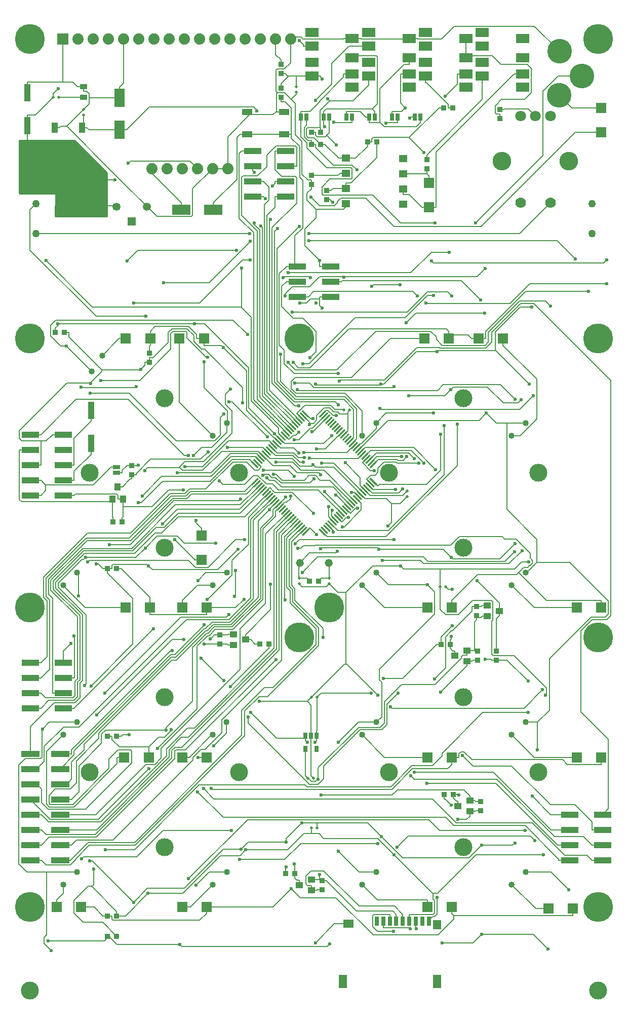
<source format=gbl>
G04 #@! TF.FileFunction,Copper,L2,Bot,Signal*
%FSLAX46Y46*%
G04 Gerber Fmt 4.6, Leading zero omitted, Abs format (unit mm)*
G04 Created by KiCad (PCBNEW 4.0.4-stable) date 11/10/17 13:29:53*
%MOMM*%
%LPD*%
G01*
G04 APERTURE LIST*
%ADD10C,2.000000*%
%ADD11C,1.879600*%
%ADD12C,0.497840*%
%ADD13C,1.016000*%
%ADD14C,5.000000*%
%ADD15R,3.000000X1.000000*%
%ADD16C,3.000000*%
%ADD17R,1.879600X1.879600*%
%ADD18C,1.800000*%
%ADD19C,3.116000*%
%ADD20C,1.778000*%
%ADD21R,0.650000X1.060000*%
%ADD22R,1.270000X0.889000*%
%ADD23R,1.143000X1.016000*%
%ADD24R,1.016000X1.143000*%
%ADD25R,0.889000X0.889000*%
%ADD26R,1.016000X1.651000*%
%ADD27R,5.298440X6.197600*%
%ADD28C,1.320800*%
%ADD29C,4.114800*%
%ADD30R,0.698500X1.597660*%
%ADD31R,1.399540X1.597660*%
%ADD32R,1.399540X2.199640*%
%ADD33R,1.798320X1.399540*%
%ADD34R,1.270000X0.635000*%
%ADD35R,1.400000X1.300000*%
%ADD36R,1.000000X3.000000*%
%ADD37R,1.767840X1.798320*%
%ADD38R,1.798320X1.767840*%
%ADD39R,1.800000X1.100000*%
%ADD40C,1.270000*%
%ADD41C,1.348740*%
%ADD42R,1.348740X1.348740*%
%ADD43R,3.048000X1.651000*%
%ADD44R,3.150000X1.000000*%
%ADD45R,2.247900X1.597660*%
%ADD46R,2.247900X1.498600*%
%ADD47R,0.635000X1.270000*%
%ADD48R,1.651000X3.048000*%
%ADD49C,0.600000*%
%ADD50C,0.203200*%
%ADD51C,0.254000*%
G04 APERTURE END LIST*
D10*
D11*
X35560000Y-24130000D03*
X33020000Y-24130000D03*
X30480000Y-24130000D03*
X27940000Y-24130000D03*
X25400000Y-24130000D03*
X22860000Y-24130000D03*
D12*
X65532000Y-78023720D03*
X65532000Y-78948280D03*
D13*
X12800000Y-58010000D03*
X14570000Y-55390000D03*
D14*
X2500000Y-52500000D03*
D15*
X2540000Y-78740000D03*
X8080000Y-78740000D03*
X2540000Y-76200000D03*
X8080000Y-76200000D03*
X2540000Y-73660000D03*
X8080000Y-73660000D03*
X2540000Y-71120000D03*
X8080000Y-71120000D03*
X2540000Y-68580000D03*
X8080000Y-68580000D03*
D13*
X35400000Y-66650000D03*
X33050000Y-68750000D03*
D16*
X37500000Y-75000000D03*
D17*
X8000000Y-2500000D03*
D11*
X10540000Y-2500000D03*
X13080000Y-2500000D03*
X15620000Y-2500000D03*
X18160000Y-2500000D03*
X20700000Y-2500000D03*
X23240000Y-2500000D03*
X25780000Y-2500000D03*
X28320000Y-2500000D03*
X30860000Y-2500000D03*
X33400000Y-2500000D03*
X35940000Y-2500000D03*
X38480000Y-2500000D03*
X41020000Y-2500000D03*
X43560000Y-2500000D03*
X46100000Y-2500000D03*
D14*
X2500000Y-2500000D03*
D18*
X89495000Y-15360000D03*
X86995000Y-15360000D03*
X84495000Y-15360000D03*
D19*
X92545000Y-22860000D03*
X81445000Y-22860000D03*
D20*
X84495000Y-29860000D03*
X89495000Y-29860000D03*
D21*
X48550000Y-118900000D03*
X49500000Y-118900000D03*
X50450000Y-118900000D03*
X50450000Y-121100000D03*
X48550000Y-121100000D03*
D12*
X11430000Y-15194280D03*
X11430000Y-14269720D03*
X49000020Y-126000000D03*
X49924580Y-126000000D03*
X47000000Y-10475440D03*
X47000000Y-11400000D03*
X50462280Y-134300000D03*
X49537720Y-134300000D03*
X50462280Y-112500000D03*
X49537720Y-112500000D03*
X52500000Y-92575420D03*
X52500000Y-93499980D03*
X47500000Y-92575420D03*
X47500000Y-93499980D03*
X55000020Y-64500000D03*
X55924580Y-64500000D03*
D22*
X11430000Y-12192000D03*
X11430000Y-10414000D03*
D23*
X36494000Y-103737000D03*
X36494000Y-101959000D03*
X38526000Y-102848000D03*
D24*
X18034000Y-79375000D03*
X16256000Y-79375000D03*
X17145000Y-77343000D03*
D23*
X78968000Y-98919000D03*
X78968000Y-97141000D03*
X81000000Y-98030000D03*
X76032000Y-129771000D03*
X76032000Y-131549000D03*
X74000000Y-130660000D03*
X49532000Y-142961000D03*
X49532000Y-144739000D03*
X47500000Y-143850000D03*
X75532000Y-104651000D03*
X75532000Y-106429000D03*
X73500000Y-105540000D03*
D12*
X6395720Y-12192000D03*
X7320280Y-12192000D03*
D25*
X71628000Y-13970000D03*
X73152000Y-13970000D03*
X81026000Y-15748000D03*
X81026000Y-14224000D03*
X68834000Y-22606000D03*
X68834000Y-24130000D03*
X49530000Y-26797000D03*
X49530000Y-25273000D03*
X44450000Y-10668000D03*
X44450000Y-12192000D03*
X50762000Y-93100000D03*
X49238000Y-93100000D03*
X40908000Y-103554000D03*
X42432000Y-103554000D03*
X34208000Y-103610000D03*
X34208000Y-102086000D03*
X19500000Y-75262000D03*
X19500000Y-73738000D03*
X17907000Y-83185000D03*
X16383000Y-83185000D03*
X80500000Y-104738000D03*
X80500000Y-106262000D03*
X77190000Y-98792000D03*
X77190000Y-97268000D03*
X73262000Y-128755000D03*
X71738000Y-128755000D03*
X77810000Y-129898000D03*
X77810000Y-131422000D03*
X46762000Y-141945000D03*
X45238000Y-141945000D03*
X51310000Y-143088000D03*
X51310000Y-144612000D03*
X72762000Y-103635000D03*
X71238000Y-103635000D03*
X77310000Y-104778000D03*
X77310000Y-106302000D03*
X44450000Y-8262000D03*
X44450000Y-6738000D03*
D26*
X6604000Y-17272000D03*
D27*
X8890000Y-24597360D03*
D26*
X11176000Y-17272000D03*
D28*
X52413000Y-90000000D03*
X47587000Y-90000000D03*
D29*
X91000000Y-11877800D03*
X91025400Y-4557000D03*
X94761600Y-8700000D03*
D30*
X60453600Y-149850000D03*
X61553420Y-149850000D03*
X62653240Y-149850000D03*
X63750520Y-149850000D03*
X64850340Y-149850000D03*
X65950160Y-149850000D03*
X67049980Y-149850000D03*
X68149800Y-149850000D03*
X69249620Y-149850000D03*
D31*
X70550100Y-150449440D03*
D32*
X70550100Y-159949040D03*
X54852900Y-159949040D03*
D33*
X55752060Y-150347840D03*
D34*
X17000000Y-74050000D03*
X17000000Y-74950000D03*
D25*
X60452000Y-19685000D03*
X58928000Y-19685000D03*
D35*
X55364000Y-22386000D03*
X55364000Y-24926000D03*
X55364000Y-27466000D03*
X55364000Y-30006000D03*
X64904000Y-22456000D03*
X64904000Y-24996000D03*
X64904000Y-27536000D03*
X64904000Y-30076000D03*
D13*
X60400000Y-66650000D03*
X58050000Y-68750000D03*
X85400000Y-66650000D03*
X83050000Y-68750000D03*
X10400000Y-91650000D03*
X8050000Y-93750000D03*
X35400000Y-91650000D03*
X33050000Y-93750000D03*
X60400000Y-91650000D03*
X58050000Y-93750000D03*
X85400000Y-91650000D03*
X83050000Y-93750000D03*
X10400000Y-116650000D03*
X8050000Y-118750000D03*
X35377000Y-116650000D03*
X33027000Y-118750000D03*
X60400000Y-116650000D03*
X58050000Y-118750000D03*
X85400000Y-116650000D03*
X83050000Y-118750000D03*
X10400000Y-141650000D03*
X8050000Y-143750000D03*
X35400000Y-141650000D03*
X33050000Y-143750000D03*
X60400000Y-141650000D03*
X58050000Y-143750000D03*
X85400000Y-141650000D03*
X83050000Y-143750000D03*
D36*
X2032000Y-11454000D03*
X2032000Y-16994000D03*
D15*
X47230000Y-45540000D03*
X52770000Y-45540000D03*
X47230000Y-43000000D03*
X52770000Y-43000000D03*
X47230000Y-40460000D03*
X52770000Y-40460000D03*
D36*
X12700000Y-64540000D03*
X12700000Y-70080000D03*
D37*
X98000000Y-13960380D03*
X98000000Y-18039620D03*
X69215000Y-30614620D03*
X69215000Y-26535380D03*
D38*
X18534380Y-52500000D03*
X22613620Y-52500000D03*
X27499980Y-52500000D03*
X31579220Y-52500000D03*
X68420780Y-52500000D03*
X72500020Y-52500000D03*
X81579220Y-52500000D03*
X77499980Y-52500000D03*
X18460380Y-97500000D03*
X22539620Y-97500000D03*
X27937380Y-97500000D03*
X32016620Y-97500000D03*
X68937380Y-97500000D03*
X73016620Y-97500000D03*
X93937380Y-97500000D03*
X98016620Y-97500000D03*
X18280380Y-122500000D03*
X22359620Y-122500000D03*
X27937380Y-122500000D03*
X32016620Y-122500000D03*
X68937380Y-122500000D03*
X73016620Y-122500000D03*
X93937380Y-122500000D03*
X98016620Y-122500000D03*
X6960380Y-147500000D03*
X11039620Y-147500000D03*
X27937380Y-147500000D03*
X32016620Y-147500000D03*
X68937380Y-147500000D03*
X73016620Y-147500000D03*
X89210380Y-147750000D03*
X93289620Y-147750000D03*
D39*
X38810000Y-14660000D03*
X45010000Y-14660000D03*
X45010000Y-18360000D03*
X38810000Y-18360000D03*
D15*
X8080000Y-106680000D03*
X2540000Y-106680000D03*
X8080000Y-109220000D03*
X2540000Y-109220000D03*
X8080000Y-111760000D03*
X2540000Y-111760000D03*
X8080000Y-114300000D03*
X2540000Y-114300000D03*
D25*
X51054000Y-20066000D03*
X49530000Y-20066000D03*
X51054000Y-18034000D03*
X49530000Y-18034000D03*
D15*
X98250000Y-132080000D03*
X92710000Y-132080000D03*
X98250000Y-134620000D03*
X92710000Y-134620000D03*
X98250000Y-137160000D03*
X92710000Y-137160000D03*
X98250000Y-139700000D03*
X92710000Y-139700000D03*
X39730000Y-28810000D03*
X45270000Y-28810000D03*
X39730000Y-26270000D03*
X45270000Y-26270000D03*
X39730000Y-23730000D03*
X45270000Y-23730000D03*
X39730000Y-21190000D03*
X45270000Y-21190000D03*
D12*
X71999980Y-94000000D03*
X71075420Y-94000000D03*
D37*
X31190000Y-89549620D03*
X31190000Y-85470380D03*
D40*
X3500000Y-30000640D03*
X3500000Y-34999360D03*
X96500000Y-34999360D03*
X96500000Y-30000640D03*
D25*
X52070000Y-27813000D03*
X52070000Y-29337000D03*
D41*
X17000000Y-30499980D03*
X22080000Y-30499980D03*
D42*
X19540000Y-32996800D03*
D43*
X33167000Y-31000000D03*
X27833000Y-31000000D03*
D44*
X2540000Y-139700000D03*
X7590000Y-139700000D03*
X2540000Y-137160000D03*
X7590000Y-137160000D03*
X2540000Y-134620000D03*
X7590000Y-134620000D03*
X2540000Y-132080000D03*
X7590000Y-132080000D03*
X7590000Y-121920000D03*
X2540000Y-121920000D03*
X7590000Y-124460000D03*
X2540000Y-124460000D03*
X7590000Y-127000000D03*
X2540000Y-127000000D03*
X7590000Y-129540000D03*
X2540000Y-129540000D03*
D45*
X84873120Y-2398900D03*
X84873120Y-5599300D03*
X84873120Y-8299320D03*
X78126880Y-8698100D03*
D46*
X78126880Y-1398140D03*
D45*
X78126880Y-3699380D03*
X78126880Y-6399400D03*
X84873120Y-10498960D03*
X75373120Y-2398900D03*
X75373120Y-5599300D03*
X75373120Y-8299320D03*
X68626880Y-8698100D03*
D46*
X68626880Y-1398140D03*
D45*
X68626880Y-3699380D03*
X68626880Y-6399400D03*
X75373120Y-10498960D03*
X56373120Y-2398900D03*
X56373120Y-5599300D03*
X56373120Y-8299320D03*
X49626880Y-8698100D03*
D46*
X49626880Y-1398140D03*
D45*
X49626880Y-3699380D03*
X49626880Y-6399400D03*
X56373120Y-10498960D03*
X65873120Y-2398900D03*
X65873120Y-5599300D03*
X65873120Y-8299320D03*
X59126880Y-8698100D03*
D46*
X59126880Y-1398140D03*
D45*
X59126880Y-3699380D03*
X59126880Y-6399400D03*
X65873120Y-10498960D03*
D25*
X8262000Y-51500000D03*
X6738000Y-51500000D03*
X22500000Y-56524000D03*
X22500000Y-55000000D03*
X15476000Y-91000000D03*
X17000000Y-91000000D03*
X15476000Y-119000000D03*
X17000000Y-119000000D03*
X15476000Y-149000000D03*
X17000000Y-149000000D03*
X15476000Y-152400000D03*
X17000000Y-152400000D03*
D47*
X60140000Y-15500000D03*
X59240000Y-15500000D03*
X52520000Y-15500000D03*
X51620000Y-15500000D03*
X48710000Y-15500000D03*
X47810000Y-15500000D03*
X63950000Y-15500000D03*
X63050000Y-15500000D03*
X67760000Y-15500000D03*
X66860000Y-15500000D03*
X55430000Y-15500000D03*
X56330000Y-15500000D03*
D48*
X17500000Y-12333000D03*
X17500000Y-17667000D03*
D10*
G36*
X51838478Y-64464109D02*
X52050610Y-64676241D01*
X50989950Y-65736901D01*
X50777818Y-65524769D01*
X51838478Y-64464109D01*
X51838478Y-64464109D01*
G37*
G36*
X52192031Y-64817662D02*
X52404163Y-65029794D01*
X51343503Y-66090454D01*
X51131371Y-65878322D01*
X52192031Y-64817662D01*
X52192031Y-64817662D01*
G37*
G36*
X52545584Y-65171216D02*
X52757716Y-65383348D01*
X51697056Y-66444008D01*
X51484924Y-66231876D01*
X52545584Y-65171216D01*
X52545584Y-65171216D01*
G37*
G36*
X52899138Y-65524769D02*
X53111270Y-65736901D01*
X52050610Y-66797561D01*
X51838478Y-66585429D01*
X52899138Y-65524769D01*
X52899138Y-65524769D01*
G37*
G36*
X53252691Y-65878323D02*
X53464823Y-66090455D01*
X52404163Y-67151115D01*
X52192031Y-66938983D01*
X53252691Y-65878323D01*
X53252691Y-65878323D01*
G37*
G36*
X53606245Y-66231876D02*
X53818377Y-66444008D01*
X52757717Y-67504668D01*
X52545585Y-67292536D01*
X53606245Y-66231876D01*
X53606245Y-66231876D01*
G37*
G36*
X53959798Y-66585429D02*
X54171930Y-66797561D01*
X53111270Y-67858221D01*
X52899138Y-67646089D01*
X53959798Y-66585429D01*
X53959798Y-66585429D01*
G37*
G36*
X54313351Y-66938983D02*
X54525483Y-67151115D01*
X53464823Y-68211775D01*
X53252691Y-67999643D01*
X54313351Y-66938983D01*
X54313351Y-66938983D01*
G37*
G36*
X54666905Y-67292536D02*
X54879037Y-67504668D01*
X53818377Y-68565328D01*
X53606245Y-68353196D01*
X54666905Y-67292536D01*
X54666905Y-67292536D01*
G37*
G36*
X55020458Y-67646090D02*
X55232590Y-67858222D01*
X54171930Y-68918882D01*
X53959798Y-68706750D01*
X55020458Y-67646090D01*
X55020458Y-67646090D01*
G37*
G36*
X55374011Y-67999643D02*
X55586143Y-68211775D01*
X54525483Y-69272435D01*
X54313351Y-69060303D01*
X55374011Y-67999643D01*
X55374011Y-67999643D01*
G37*
G36*
X55727565Y-68353196D02*
X55939697Y-68565328D01*
X54879037Y-69625988D01*
X54666905Y-69413856D01*
X55727565Y-68353196D01*
X55727565Y-68353196D01*
G37*
G36*
X56081118Y-68706750D02*
X56293250Y-68918882D01*
X55232590Y-69979542D01*
X55020458Y-69767410D01*
X56081118Y-68706750D01*
X56081118Y-68706750D01*
G37*
G36*
X56434672Y-69060303D02*
X56646804Y-69272435D01*
X55586144Y-70333095D01*
X55374012Y-70120963D01*
X56434672Y-69060303D01*
X56434672Y-69060303D01*
G37*
G36*
X56788225Y-69413857D02*
X57000357Y-69625989D01*
X55939697Y-70686649D01*
X55727565Y-70474517D01*
X56788225Y-69413857D01*
X56788225Y-69413857D01*
G37*
G36*
X57141778Y-69767410D02*
X57353910Y-69979542D01*
X56293250Y-71040202D01*
X56081118Y-70828070D01*
X57141778Y-69767410D01*
X57141778Y-69767410D01*
G37*
G36*
X57495332Y-70120963D02*
X57707464Y-70333095D01*
X56646804Y-71393755D01*
X56434672Y-71181623D01*
X57495332Y-70120963D01*
X57495332Y-70120963D01*
G37*
G36*
X57848885Y-70474517D02*
X58061017Y-70686649D01*
X57000357Y-71747309D01*
X56788225Y-71535177D01*
X57848885Y-70474517D01*
X57848885Y-70474517D01*
G37*
G36*
X58202439Y-70828070D02*
X58414571Y-71040202D01*
X57353911Y-72100862D01*
X57141779Y-71888730D01*
X58202439Y-70828070D01*
X58202439Y-70828070D01*
G37*
G36*
X58555992Y-71181623D02*
X58768124Y-71393755D01*
X57707464Y-72454415D01*
X57495332Y-72242283D01*
X58555992Y-71181623D01*
X58555992Y-71181623D01*
G37*
G36*
X58909545Y-71535177D02*
X59121677Y-71747309D01*
X58061017Y-72807969D01*
X57848885Y-72595837D01*
X58909545Y-71535177D01*
X58909545Y-71535177D01*
G37*
G36*
X59263099Y-71888730D02*
X59475231Y-72100862D01*
X58414571Y-73161522D01*
X58202439Y-72949390D01*
X59263099Y-71888730D01*
X59263099Y-71888730D01*
G37*
G36*
X59616652Y-72242284D02*
X59828784Y-72454416D01*
X58768124Y-73515076D01*
X58555992Y-73302944D01*
X59616652Y-72242284D01*
X59616652Y-72242284D01*
G37*
G36*
X59970206Y-72595837D02*
X60182338Y-72807969D01*
X59121678Y-73868629D01*
X58909546Y-73656497D01*
X59970206Y-72595837D01*
X59970206Y-72595837D01*
G37*
G36*
X60323759Y-72949390D02*
X60535891Y-73161522D01*
X59475231Y-74222182D01*
X59263099Y-74010050D01*
X60323759Y-72949390D01*
X60323759Y-72949390D01*
G37*
G36*
X59475231Y-75777818D02*
X60535891Y-76838478D01*
X60323759Y-77050610D01*
X59263099Y-75989950D01*
X59475231Y-75777818D01*
X59475231Y-75777818D01*
G37*
G36*
X59121678Y-76131371D02*
X60182338Y-77192031D01*
X59970206Y-77404163D01*
X58909546Y-76343503D01*
X59121678Y-76131371D01*
X59121678Y-76131371D01*
G37*
G36*
X58768124Y-76484924D02*
X59828784Y-77545584D01*
X59616652Y-77757716D01*
X58555992Y-76697056D01*
X58768124Y-76484924D01*
X58768124Y-76484924D01*
G37*
G36*
X58414571Y-76838478D02*
X59475231Y-77899138D01*
X59263099Y-78111270D01*
X58202439Y-77050610D01*
X58414571Y-76838478D01*
X58414571Y-76838478D01*
G37*
G36*
X58061017Y-77192031D02*
X59121677Y-78252691D01*
X58909545Y-78464823D01*
X57848885Y-77404163D01*
X58061017Y-77192031D01*
X58061017Y-77192031D01*
G37*
G36*
X57707464Y-77545585D02*
X58768124Y-78606245D01*
X58555992Y-78818377D01*
X57495332Y-77757717D01*
X57707464Y-77545585D01*
X57707464Y-77545585D01*
G37*
G36*
X57353911Y-77899138D02*
X58414571Y-78959798D01*
X58202439Y-79171930D01*
X57141779Y-78111270D01*
X57353911Y-77899138D01*
X57353911Y-77899138D01*
G37*
G36*
X57000357Y-78252691D02*
X58061017Y-79313351D01*
X57848885Y-79525483D01*
X56788225Y-78464823D01*
X57000357Y-78252691D01*
X57000357Y-78252691D01*
G37*
G36*
X56646804Y-78606245D02*
X57707464Y-79666905D01*
X57495332Y-79879037D01*
X56434672Y-78818377D01*
X56646804Y-78606245D01*
X56646804Y-78606245D01*
G37*
G36*
X56293250Y-78959798D02*
X57353910Y-80020458D01*
X57141778Y-80232590D01*
X56081118Y-79171930D01*
X56293250Y-78959798D01*
X56293250Y-78959798D01*
G37*
G36*
X55939697Y-79313351D02*
X57000357Y-80374011D01*
X56788225Y-80586143D01*
X55727565Y-79525483D01*
X55939697Y-79313351D01*
X55939697Y-79313351D01*
G37*
G36*
X55586144Y-79666905D02*
X56646804Y-80727565D01*
X56434672Y-80939697D01*
X55374012Y-79879037D01*
X55586144Y-79666905D01*
X55586144Y-79666905D01*
G37*
G36*
X55232590Y-80020458D02*
X56293250Y-81081118D01*
X56081118Y-81293250D01*
X55020458Y-80232590D01*
X55232590Y-80020458D01*
X55232590Y-80020458D01*
G37*
G36*
X54879037Y-80374012D02*
X55939697Y-81434672D01*
X55727565Y-81646804D01*
X54666905Y-80586144D01*
X54879037Y-80374012D01*
X54879037Y-80374012D01*
G37*
G36*
X54525483Y-80727565D02*
X55586143Y-81788225D01*
X55374011Y-82000357D01*
X54313351Y-80939697D01*
X54525483Y-80727565D01*
X54525483Y-80727565D01*
G37*
G36*
X54171930Y-81081118D02*
X55232590Y-82141778D01*
X55020458Y-82353910D01*
X53959798Y-81293250D01*
X54171930Y-81081118D01*
X54171930Y-81081118D01*
G37*
G36*
X53818377Y-81434672D02*
X54879037Y-82495332D01*
X54666905Y-82707464D01*
X53606245Y-81646804D01*
X53818377Y-81434672D01*
X53818377Y-81434672D01*
G37*
G36*
X53464823Y-81788225D02*
X54525483Y-82848885D01*
X54313351Y-83061017D01*
X53252691Y-82000357D01*
X53464823Y-81788225D01*
X53464823Y-81788225D01*
G37*
G36*
X53111270Y-82141779D02*
X54171930Y-83202439D01*
X53959798Y-83414571D01*
X52899138Y-82353911D01*
X53111270Y-82141779D01*
X53111270Y-82141779D01*
G37*
G36*
X52757717Y-82495332D02*
X53818377Y-83555992D01*
X53606245Y-83768124D01*
X52545585Y-82707464D01*
X52757717Y-82495332D01*
X52757717Y-82495332D01*
G37*
G36*
X52404163Y-82848885D02*
X53464823Y-83909545D01*
X53252691Y-84121677D01*
X52192031Y-83061017D01*
X52404163Y-82848885D01*
X52404163Y-82848885D01*
G37*
G36*
X52050610Y-83202439D02*
X53111270Y-84263099D01*
X52899138Y-84475231D01*
X51838478Y-83414571D01*
X52050610Y-83202439D01*
X52050610Y-83202439D01*
G37*
G36*
X51697056Y-83555992D02*
X52757716Y-84616652D01*
X52545584Y-84828784D01*
X51484924Y-83768124D01*
X51697056Y-83555992D01*
X51697056Y-83555992D01*
G37*
G36*
X51343503Y-83909546D02*
X52404163Y-84970206D01*
X52192031Y-85182338D01*
X51131371Y-84121678D01*
X51343503Y-83909546D01*
X51343503Y-83909546D01*
G37*
G36*
X50989950Y-84263099D02*
X52050610Y-85323759D01*
X51838478Y-85535891D01*
X50777818Y-84475231D01*
X50989950Y-84263099D01*
X50989950Y-84263099D01*
G37*
G36*
X49010050Y-84263099D02*
X49222182Y-84475231D01*
X48161522Y-85535891D01*
X47949390Y-85323759D01*
X49010050Y-84263099D01*
X49010050Y-84263099D01*
G37*
G36*
X48656497Y-83909546D02*
X48868629Y-84121678D01*
X47807969Y-85182338D01*
X47595837Y-84970206D01*
X48656497Y-83909546D01*
X48656497Y-83909546D01*
G37*
G36*
X48302944Y-83555992D02*
X48515076Y-83768124D01*
X47454416Y-84828784D01*
X47242284Y-84616652D01*
X48302944Y-83555992D01*
X48302944Y-83555992D01*
G37*
G36*
X47949390Y-83202439D02*
X48161522Y-83414571D01*
X47100862Y-84475231D01*
X46888730Y-84263099D01*
X47949390Y-83202439D01*
X47949390Y-83202439D01*
G37*
G36*
X47595837Y-82848885D02*
X47807969Y-83061017D01*
X46747309Y-84121677D01*
X46535177Y-83909545D01*
X47595837Y-82848885D01*
X47595837Y-82848885D01*
G37*
G36*
X47242283Y-82495332D02*
X47454415Y-82707464D01*
X46393755Y-83768124D01*
X46181623Y-83555992D01*
X47242283Y-82495332D01*
X47242283Y-82495332D01*
G37*
G36*
X46888730Y-82141779D02*
X47100862Y-82353911D01*
X46040202Y-83414571D01*
X45828070Y-83202439D01*
X46888730Y-82141779D01*
X46888730Y-82141779D01*
G37*
G36*
X46535177Y-81788225D02*
X46747309Y-82000357D01*
X45686649Y-83061017D01*
X45474517Y-82848885D01*
X46535177Y-81788225D01*
X46535177Y-81788225D01*
G37*
G36*
X46181623Y-81434672D02*
X46393755Y-81646804D01*
X45333095Y-82707464D01*
X45120963Y-82495332D01*
X46181623Y-81434672D01*
X46181623Y-81434672D01*
G37*
G36*
X45828070Y-81081118D02*
X46040202Y-81293250D01*
X44979542Y-82353910D01*
X44767410Y-82141778D01*
X45828070Y-81081118D01*
X45828070Y-81081118D01*
G37*
G36*
X45474517Y-80727565D02*
X45686649Y-80939697D01*
X44625989Y-82000357D01*
X44413857Y-81788225D01*
X45474517Y-80727565D01*
X45474517Y-80727565D01*
G37*
G36*
X45120963Y-80374012D02*
X45333095Y-80586144D01*
X44272435Y-81646804D01*
X44060303Y-81434672D01*
X45120963Y-80374012D01*
X45120963Y-80374012D01*
G37*
G36*
X44767410Y-80020458D02*
X44979542Y-80232590D01*
X43918882Y-81293250D01*
X43706750Y-81081118D01*
X44767410Y-80020458D01*
X44767410Y-80020458D01*
G37*
G36*
X44413856Y-79666905D02*
X44625988Y-79879037D01*
X43565328Y-80939697D01*
X43353196Y-80727565D01*
X44413856Y-79666905D01*
X44413856Y-79666905D01*
G37*
G36*
X44060303Y-79313351D02*
X44272435Y-79525483D01*
X43211775Y-80586143D01*
X42999643Y-80374011D01*
X44060303Y-79313351D01*
X44060303Y-79313351D01*
G37*
G36*
X43706750Y-78959798D02*
X43918882Y-79171930D01*
X42858222Y-80232590D01*
X42646090Y-80020458D01*
X43706750Y-78959798D01*
X43706750Y-78959798D01*
G37*
G36*
X43353196Y-78606245D02*
X43565328Y-78818377D01*
X42504668Y-79879037D01*
X42292536Y-79666905D01*
X43353196Y-78606245D01*
X43353196Y-78606245D01*
G37*
G36*
X42999643Y-78252691D02*
X43211775Y-78464823D01*
X42151115Y-79525483D01*
X41938983Y-79313351D01*
X42999643Y-78252691D01*
X42999643Y-78252691D01*
G37*
G36*
X42646089Y-77899138D02*
X42858221Y-78111270D01*
X41797561Y-79171930D01*
X41585429Y-78959798D01*
X42646089Y-77899138D01*
X42646089Y-77899138D01*
G37*
G36*
X42292536Y-77545585D02*
X42504668Y-77757717D01*
X41444008Y-78818377D01*
X41231876Y-78606245D01*
X42292536Y-77545585D01*
X42292536Y-77545585D01*
G37*
G36*
X41938983Y-77192031D02*
X42151115Y-77404163D01*
X41090455Y-78464823D01*
X40878323Y-78252691D01*
X41938983Y-77192031D01*
X41938983Y-77192031D01*
G37*
G36*
X41585429Y-76838478D02*
X41797561Y-77050610D01*
X40736901Y-78111270D01*
X40524769Y-77899138D01*
X41585429Y-76838478D01*
X41585429Y-76838478D01*
G37*
G36*
X41231876Y-76484924D02*
X41444008Y-76697056D01*
X40383348Y-77757716D01*
X40171216Y-77545584D01*
X41231876Y-76484924D01*
X41231876Y-76484924D01*
G37*
G36*
X40878322Y-76131371D02*
X41090454Y-76343503D01*
X40029794Y-77404163D01*
X39817662Y-77192031D01*
X40878322Y-76131371D01*
X40878322Y-76131371D01*
G37*
G36*
X40524769Y-75777818D02*
X40736901Y-75989950D01*
X39676241Y-77050610D01*
X39464109Y-76838478D01*
X40524769Y-75777818D01*
X40524769Y-75777818D01*
G37*
G36*
X39676241Y-72949390D02*
X40736901Y-74010050D01*
X40524769Y-74222182D01*
X39464109Y-73161522D01*
X39676241Y-72949390D01*
X39676241Y-72949390D01*
G37*
G36*
X40029794Y-72595837D02*
X41090454Y-73656497D01*
X40878322Y-73868629D01*
X39817662Y-72807969D01*
X40029794Y-72595837D01*
X40029794Y-72595837D01*
G37*
G36*
X40383348Y-72242284D02*
X41444008Y-73302944D01*
X41231876Y-73515076D01*
X40171216Y-72454416D01*
X40383348Y-72242284D01*
X40383348Y-72242284D01*
G37*
G36*
X40736901Y-71888730D02*
X41797561Y-72949390D01*
X41585429Y-73161522D01*
X40524769Y-72100862D01*
X40736901Y-71888730D01*
X40736901Y-71888730D01*
G37*
G36*
X41090455Y-71535177D02*
X42151115Y-72595837D01*
X41938983Y-72807969D01*
X40878323Y-71747309D01*
X41090455Y-71535177D01*
X41090455Y-71535177D01*
G37*
G36*
X41444008Y-71181623D02*
X42504668Y-72242283D01*
X42292536Y-72454415D01*
X41231876Y-71393755D01*
X41444008Y-71181623D01*
X41444008Y-71181623D01*
G37*
G36*
X41797561Y-70828070D02*
X42858221Y-71888730D01*
X42646089Y-72100862D01*
X41585429Y-71040202D01*
X41797561Y-70828070D01*
X41797561Y-70828070D01*
G37*
G36*
X42151115Y-70474517D02*
X43211775Y-71535177D01*
X42999643Y-71747309D01*
X41938983Y-70686649D01*
X42151115Y-70474517D01*
X42151115Y-70474517D01*
G37*
G36*
X42504668Y-70120963D02*
X43565328Y-71181623D01*
X43353196Y-71393755D01*
X42292536Y-70333095D01*
X42504668Y-70120963D01*
X42504668Y-70120963D01*
G37*
G36*
X42858222Y-69767410D02*
X43918882Y-70828070D01*
X43706750Y-71040202D01*
X42646090Y-69979542D01*
X42858222Y-69767410D01*
X42858222Y-69767410D01*
G37*
G36*
X43211775Y-69413857D02*
X44272435Y-70474517D01*
X44060303Y-70686649D01*
X42999643Y-69625989D01*
X43211775Y-69413857D01*
X43211775Y-69413857D01*
G37*
G36*
X43565328Y-69060303D02*
X44625988Y-70120963D01*
X44413856Y-70333095D01*
X43353196Y-69272435D01*
X43565328Y-69060303D01*
X43565328Y-69060303D01*
G37*
G36*
X43918882Y-68706750D02*
X44979542Y-69767410D01*
X44767410Y-69979542D01*
X43706750Y-68918882D01*
X43918882Y-68706750D01*
X43918882Y-68706750D01*
G37*
G36*
X44272435Y-68353196D02*
X45333095Y-69413856D01*
X45120963Y-69625988D01*
X44060303Y-68565328D01*
X44272435Y-68353196D01*
X44272435Y-68353196D01*
G37*
G36*
X44625989Y-67999643D02*
X45686649Y-69060303D01*
X45474517Y-69272435D01*
X44413857Y-68211775D01*
X44625989Y-67999643D01*
X44625989Y-67999643D01*
G37*
G36*
X44979542Y-67646090D02*
X46040202Y-68706750D01*
X45828070Y-68918882D01*
X44767410Y-67858222D01*
X44979542Y-67646090D01*
X44979542Y-67646090D01*
G37*
G36*
X45333095Y-67292536D02*
X46393755Y-68353196D01*
X46181623Y-68565328D01*
X45120963Y-67504668D01*
X45333095Y-67292536D01*
X45333095Y-67292536D01*
G37*
G36*
X45686649Y-66938983D02*
X46747309Y-67999643D01*
X46535177Y-68211775D01*
X45474517Y-67151115D01*
X45686649Y-66938983D01*
X45686649Y-66938983D01*
G37*
G36*
X46040202Y-66585429D02*
X47100862Y-67646089D01*
X46888730Y-67858221D01*
X45828070Y-66797561D01*
X46040202Y-66585429D01*
X46040202Y-66585429D01*
G37*
G36*
X46393755Y-66231876D02*
X47454415Y-67292536D01*
X47242283Y-67504668D01*
X46181623Y-66444008D01*
X46393755Y-66231876D01*
X46393755Y-66231876D01*
G37*
G36*
X46747309Y-65878323D02*
X47807969Y-66938983D01*
X47595837Y-67151115D01*
X46535177Y-66090455D01*
X46747309Y-65878323D01*
X46747309Y-65878323D01*
G37*
G36*
X47100862Y-65524769D02*
X48161522Y-66585429D01*
X47949390Y-66797561D01*
X46888730Y-65736901D01*
X47100862Y-65524769D01*
X47100862Y-65524769D01*
G37*
G36*
X47454416Y-65171216D02*
X48515076Y-66231876D01*
X48302944Y-66444008D01*
X47242284Y-65383348D01*
X47454416Y-65171216D01*
X47454416Y-65171216D01*
G37*
G36*
X47807969Y-64817662D02*
X48868629Y-65878322D01*
X48656497Y-66090454D01*
X47595837Y-65029794D01*
X47807969Y-64817662D01*
X47807969Y-64817662D01*
G37*
G36*
X48161522Y-64464109D02*
X49222182Y-65524769D01*
X49010050Y-65736901D01*
X47949390Y-64676241D01*
X48161522Y-64464109D01*
X48161522Y-64464109D01*
G37*
D16*
X75000000Y-137500000D03*
X12500000Y-75000000D03*
X87500000Y-75000000D03*
X25000000Y-62500000D03*
X62500000Y-75000000D03*
X25000000Y-87500000D03*
X25000000Y-137500000D03*
X37500000Y-125000000D03*
X75000000Y-62500000D03*
X25000000Y-112500000D03*
X12500000Y-125000000D03*
X75000000Y-87500000D03*
D14*
X47500000Y-52500000D03*
X97500000Y-52500000D03*
X52500000Y-97500000D03*
X47500000Y-102500000D03*
X97500000Y-2500000D03*
X97500000Y-102500000D03*
X2500000Y-97500000D03*
X2500000Y-147500000D03*
X97500000Y-147500000D03*
D16*
X97500000Y-161500000D03*
X87500000Y-125000000D03*
X2500000Y-161500000D03*
X75000000Y-112500000D03*
X62500000Y-125000000D03*
D49*
X47931077Y-133482041D03*
X11611310Y-110557090D03*
X18935190Y-23189172D03*
X16685030Y-25983744D03*
X19853600Y-146738000D03*
X45330200Y-136655000D03*
X45330200Y-140858000D03*
X77998200Y-137211000D03*
X71427000Y-153529000D03*
X20589800Y-73719100D03*
X37789800Y-137876000D03*
X51112000Y-75274500D03*
X7267800Y-10795000D03*
X72903600Y-130476000D03*
X85805100Y-109792000D03*
X89085300Y-154543000D03*
X60805100Y-87725000D03*
X83594900Y-86815300D03*
X12488700Y-139833000D03*
X11798200Y-89105800D03*
X83594900Y-136827000D03*
X52253900Y-12433800D03*
X51377000Y-9175400D03*
X59518000Y-111813000D03*
X86009600Y-60129200D03*
X61230000Y-135721000D03*
X33594900Y-86713200D03*
X77998200Y-152097000D03*
X20302800Y-60563800D03*
X11039200Y-60620900D03*
X70548100Y-54699200D03*
X61563300Y-109313000D03*
X86430900Y-47302300D03*
X49836500Y-65887800D03*
X51343900Y-47405800D03*
X51258100Y-73372000D03*
X51112000Y-87681300D03*
X50147300Y-120000000D03*
X50397900Y-71007600D03*
X61144600Y-60109100D03*
X50270700Y-60110000D03*
X47606300Y-46607900D03*
X21765300Y-87541700D03*
X36012900Y-61007900D03*
X48878200Y-120000000D03*
X73118800Y-100522000D03*
X78613100Y-106128000D03*
X73118800Y-94432200D03*
X72949900Y-89115800D03*
X21681000Y-74595600D03*
X68367100Y-21460500D03*
X35990700Y-110713000D03*
X39450000Y-115027000D03*
X63382100Y-138787000D03*
X38594900Y-137989000D03*
X40878100Y-113177000D03*
X13594900Y-90208200D03*
X12726600Y-110562000D03*
X22320100Y-90525300D03*
X50964900Y-39523800D03*
X13120500Y-141153000D03*
X22246800Y-145222000D03*
X21016700Y-57709000D03*
X88387300Y-138792000D03*
X38096400Y-63236400D03*
X60676400Y-112116000D03*
X50225500Y-153496000D03*
X19056200Y-118702000D03*
X49839500Y-73633400D03*
X50340100Y-46596300D03*
X49197300Y-66917500D03*
X62390000Y-83815100D03*
X64429800Y-90500000D03*
X12657000Y-60091900D03*
X37314700Y-87719800D03*
X72881600Y-61033000D03*
X65810700Y-62067200D03*
X85902400Y-89840600D03*
X88721400Y-112099000D03*
X84630400Y-62772600D03*
X50952700Y-142116000D03*
X51148300Y-128847000D03*
X50692600Y-126140000D03*
X40434700Y-14467500D03*
X49470200Y-28873600D03*
X56257200Y-78258300D03*
X54711100Y-83994900D03*
X53928500Y-88086200D03*
X63262700Y-151569000D03*
X70155400Y-109426000D03*
X67058700Y-151162000D03*
X74076600Y-132900000D03*
X45201900Y-45409800D03*
X37871200Y-40731800D03*
X55000000Y-42234900D03*
X5176600Y-39518100D03*
X78582300Y-40834300D03*
X7124900Y-50072500D03*
X52961800Y-68754000D03*
X30276600Y-82955300D03*
X43430700Y-68421800D03*
X30000000Y-50057600D03*
X65381100Y-49900700D03*
X78518400Y-48302100D03*
X34826600Y-54042700D03*
X46501300Y-56515200D03*
X95851400Y-44662300D03*
X38273500Y-96132000D03*
X47276900Y-87581700D03*
X47465000Y-71640000D03*
X30598600Y-122543000D03*
X26111800Y-117857000D03*
X28383900Y-73954000D03*
X32797300Y-127690000D03*
X48403100Y-72413600D03*
X46193500Y-144443000D03*
X27564700Y-153795000D03*
X52585700Y-153726000D03*
X5512700Y-153179000D03*
X48222500Y-73217200D03*
X43660800Y-73182600D03*
X43234200Y-75201000D03*
X42102300Y-75800300D03*
X53650800Y-78688300D03*
X57286800Y-80864800D03*
X54052500Y-63632700D03*
X43932200Y-34114400D03*
X51781500Y-78077500D03*
X53719500Y-65388100D03*
X54194700Y-59660900D03*
X49234400Y-72477800D03*
X49354500Y-55715500D03*
X46656600Y-140358000D03*
X68380600Y-73322200D03*
X77819000Y-46083800D03*
X77232700Y-92982100D03*
X67290800Y-45439600D03*
X74213300Y-128843000D03*
X60070500Y-74582700D03*
X63598200Y-77740200D03*
X74836400Y-122187000D03*
X86461000Y-128984000D03*
X64780100Y-77702600D03*
X57154700Y-24359700D03*
X55761500Y-82383600D03*
X62022700Y-16513400D03*
X53034100Y-81200800D03*
X53690700Y-20181400D03*
X73943800Y-66819500D03*
X76990900Y-33193100D03*
X50446000Y-85267500D03*
X68868600Y-126819000D03*
X51500800Y-102474000D03*
X66134800Y-125583000D03*
X70338000Y-74421900D03*
X72911300Y-102294000D03*
X53300200Y-16404500D03*
X42509300Y-81145900D03*
X31650080Y-100374816D03*
X32099200Y-96087600D03*
X49873500Y-81741500D03*
X66717400Y-125005000D03*
X24657200Y-83506900D03*
X23183800Y-101001000D03*
X20638500Y-79991300D03*
X9824300Y-102246000D03*
X21269000Y-78854400D03*
X9331300Y-103468000D03*
X27135000Y-74983000D03*
X26308100Y-104710000D03*
X47467400Y-68217800D03*
X47467400Y-63755800D03*
X40025100Y-33225600D03*
X40025100Y-24752500D03*
X43081800Y-27011000D03*
X41126300Y-33717300D03*
X55248800Y-73288200D03*
X54089500Y-58402600D03*
X46099600Y-78831800D03*
X51750600Y-17129100D03*
X22389000Y-124411000D03*
X23858700Y-120980000D03*
X30536500Y-128256000D03*
X28146800Y-77829900D03*
X31631200Y-103614000D03*
X32659508Y-102761136D03*
X29015300Y-72090200D03*
X66041400Y-151176000D03*
X71167200Y-111584000D03*
X52413600Y-80672200D03*
X53085600Y-29734200D03*
X78788100Y-65007500D03*
X92611400Y-144626000D03*
X87323900Y-121268000D03*
X4590900Y-117766000D03*
X8619800Y-53829800D03*
X10611000Y-95513800D03*
X6066900Y-154816000D03*
X44390600Y-55161000D03*
X38866600Y-51816900D03*
X33267100Y-120612000D03*
X31590400Y-56456800D03*
X48320800Y-71607700D03*
X30565900Y-92958600D03*
X30298400Y-143848000D03*
X29823700Y-72079300D03*
X54024300Y-138183000D03*
X54024300Y-120028000D03*
X69987500Y-65007500D03*
X68952500Y-93687000D03*
X37002500Y-37781200D03*
X18723000Y-39594400D03*
X72560500Y-38123600D03*
X45690000Y-41526100D03*
X98919000Y-39404500D03*
X69657100Y-39592900D03*
X24845900Y-43226800D03*
X39307700Y-36233900D03*
X49118700Y-36186600D03*
X93723000Y-39264800D03*
X49424300Y-42333800D03*
X44823500Y-42347400D03*
X39288100Y-39408300D03*
X19853600Y-46591300D03*
X73040000Y-45431700D03*
X46352900Y-48087500D03*
X98919000Y-43382500D03*
X68723000Y-46585500D03*
X89539900Y-47118200D03*
X45648900Y-56510100D03*
X32195500Y-55692200D03*
X14338700Y-59534000D03*
X34894200Y-65135500D03*
X12573800Y-61700900D03*
X63372900Y-60578000D03*
X46786000Y-59966600D03*
X42164700Y-68984100D03*
X35805100Y-63075100D03*
X86612000Y-62059500D03*
X61024800Y-64219700D03*
X15756300Y-87011800D03*
X37724600Y-79332500D03*
X47200000Y-61065500D03*
X83594900Y-62700800D03*
X38377600Y-86166300D03*
X12160200Y-89886100D03*
X63395400Y-86121700D03*
X46870200Y-86780700D03*
X36734500Y-95642700D03*
X36878600Y-91289300D03*
X84762600Y-87968500D03*
X61444400Y-89639300D03*
X14996200Y-111813000D03*
X35797100Y-98639900D03*
X48039100Y-91600900D03*
X83488400Y-88171600D03*
X34918500Y-109695000D03*
X31069900Y-105919000D03*
X28250000Y-102788000D03*
X13646300Y-115428000D03*
X64038100Y-111814000D03*
X39024300Y-115760000D03*
X88214100Y-111181000D03*
X62811200Y-114114000D03*
X15150800Y-137909000D03*
X85805100Y-115011000D03*
X36180500Y-134772000D03*
X11094200Y-139463000D03*
X60659900Y-136922000D03*
X37574500Y-139578000D03*
X86945600Y-136454000D03*
X63886300Y-137521000D03*
X85280900Y-134760000D03*
X29027500Y-142808000D03*
X67488500Y-73328400D03*
X49160600Y-34984800D03*
X39206800Y-34984800D03*
X45191200Y-96203200D03*
X43602500Y-106219000D03*
X25259000Y-117954000D03*
X31499800Y-127695000D03*
X45268100Y-79024800D03*
X48115500Y-56787000D03*
X69996200Y-45305500D03*
X66035400Y-15658600D03*
X42743400Y-32623100D03*
X41851600Y-29126500D03*
X66744300Y-72550100D03*
X71146700Y-68545700D03*
X47506700Y-33776900D03*
X50281800Y-12721800D03*
X35521900Y-70692800D03*
X47558100Y-2777500D03*
X34167500Y-76283600D03*
X71753500Y-67068300D03*
X71941900Y-12048000D03*
X65518200Y-72253700D03*
X65238500Y-13966300D03*
X70214500Y-33186600D03*
X64651100Y-72257800D03*
X46705000Y-75558900D03*
X41496600Y-74552900D03*
X42720900Y-93567100D03*
X46705000Y-69483800D03*
X41409600Y-75356500D03*
X50008400Y-76009200D03*
X49660900Y-68127800D03*
X32259600Y-71513400D03*
X59675100Y-43769100D03*
X64344000Y-43553600D03*
X21851200Y-48808400D03*
X26728300Y-86131300D03*
X53203100Y-84902600D03*
X70562100Y-145883000D03*
D50*
X50500000Y-133482041D02*
X50462280Y-133519761D01*
X50462280Y-133519761D02*
X50462280Y-134300000D01*
X50500000Y-133482041D02*
X48355341Y-133482041D01*
X58991041Y-133482041D02*
X50500000Y-133482041D01*
X45330200Y-136655000D02*
X45330200Y-136082918D01*
X48355341Y-133482041D02*
X47931077Y-133482041D01*
X45330200Y-136082918D02*
X47631078Y-133782040D01*
X61230000Y-135721000D02*
X58991041Y-133482041D01*
X47631078Y-133782040D02*
X47931077Y-133482041D01*
X11911309Y-110257091D02*
X11611310Y-110557090D01*
X11911309Y-98761309D02*
X11911309Y-110257091D01*
X11498201Y-89405799D02*
X11214101Y-89405799D01*
X11798200Y-89105800D02*
X11498201Y-89405799D01*
X11214101Y-89405799D02*
X7218700Y-93401200D01*
X7218700Y-93401200D02*
X7218700Y-94068700D01*
X7218700Y-94068700D02*
X11911309Y-98761309D01*
X49626900Y-8698100D02*
X47000000Y-8698100D01*
X47000000Y-8698100D02*
X45670300Y-8698100D01*
X47000000Y-10475440D02*
X47000000Y-8698100D01*
X29220758Y-22870758D02*
X19253604Y-22870758D01*
X19253604Y-22870758D02*
X18935190Y-23189172D01*
X30480000Y-24130000D02*
X29220758Y-22870758D01*
X15395756Y-25983744D02*
X16685030Y-25983744D01*
X15102500Y-26277000D02*
X15395756Y-25983744D01*
X45238000Y-140950000D02*
X45238000Y-141945000D01*
X45330200Y-140858000D02*
X45238000Y-140950000D01*
X16853000Y-30353000D02*
X17000000Y-30500000D01*
X13321700Y-30353000D02*
X16853000Y-30353000D01*
X44450000Y-9918400D02*
X44450000Y-10668000D01*
X45653000Y-8715400D02*
X44450000Y-9918400D01*
X45670300Y-8698100D02*
X45653000Y-8715400D01*
X45199600Y-8262000D02*
X44450000Y-8262000D01*
X45653000Y-8715400D02*
X45199600Y-8262000D01*
X6395700Y-11667100D02*
X7267800Y-10795000D01*
X6395700Y-12192000D02*
X6395700Y-11667100D01*
X71932500Y-129505000D02*
X72903600Y-130476000D01*
X71738000Y-129505000D02*
X71932500Y-129505000D01*
X71738000Y-128755000D02*
X71738000Y-129505000D01*
X12948400Y-139833000D02*
X12488700Y-139833000D01*
X19853600Y-146738000D02*
X12948400Y-139833000D01*
X51054000Y-17284400D02*
X50996200Y-17284400D01*
X51054000Y-18034000D02*
X51054000Y-17284400D01*
X49951100Y-18963100D02*
X51054000Y-20066000D01*
X49071100Y-18963100D02*
X49951100Y-18963100D01*
X48760800Y-18652800D02*
X49071100Y-18963100D01*
X48760800Y-17436800D02*
X48760800Y-18652800D01*
X48913200Y-17284400D02*
X48760800Y-17436800D01*
X50996200Y-17284400D02*
X48913200Y-17284400D01*
X83211100Y-137211000D02*
X83594900Y-136827000D01*
X77998200Y-137211000D02*
X83211100Y-137211000D01*
X51055900Y-8854300D02*
X51377000Y-9175400D01*
X51055900Y-8698100D02*
X51055900Y-8854300D01*
X49626900Y-8698100D02*
X51055900Y-8698100D01*
X59126900Y-10171100D02*
X59126900Y-8698100D01*
X56513100Y-12784900D02*
X59126900Y-10171100D01*
X52605000Y-12784900D02*
X56513100Y-12784900D01*
X50996200Y-14393700D02*
X52605000Y-12784900D01*
X50996200Y-17284400D02*
X50996200Y-14393700D01*
X51149300Y-111813000D02*
X50462300Y-112500000D01*
X59518000Y-111813000D02*
X51149300Y-111813000D01*
X64820000Y-139311000D02*
X61230000Y-135721000D01*
X75898500Y-139311000D02*
X64820000Y-139311000D01*
X77998200Y-137211000D02*
X75898500Y-139311000D01*
X39010600Y-136655000D02*
X45330200Y-136655000D01*
X37789800Y-137876000D02*
X39010600Y-136655000D01*
X76566400Y-153529000D02*
X77998200Y-152097000D01*
X71427000Y-153529000D02*
X76566400Y-153529000D01*
X86639200Y-152097000D02*
X89085300Y-154543000D01*
X77998200Y-152097000D02*
X86639200Y-152097000D01*
X52605000Y-12784900D02*
X52253900Y-12433800D01*
X49373100Y-65887800D02*
X49836500Y-65887800D01*
X48585800Y-65100500D02*
X49373100Y-65887800D01*
X54123600Y-22386000D02*
X55364000Y-22386000D01*
X51803600Y-20066000D02*
X54123600Y-22386000D01*
X51054000Y-20066000D02*
X51803600Y-20066000D01*
X56976600Y-22386000D02*
X55364000Y-22386000D01*
X58928000Y-20434600D02*
X56976600Y-22386000D01*
X58928000Y-19685000D02*
X58928000Y-20434600D01*
X70703300Y-54544000D02*
X70548100Y-54699200D01*
X80327400Y-54544000D02*
X70703300Y-54544000D01*
X80424400Y-54544000D02*
X80327400Y-54544000D01*
X86009600Y-60129200D02*
X80424400Y-54544000D01*
X84478300Y-47302300D02*
X86430900Y-47302300D01*
X80327400Y-51453200D02*
X84478300Y-47302300D01*
X80327400Y-54544000D02*
X80327400Y-51453200D01*
X20169600Y-60697000D02*
X20302800Y-60563800D01*
X11115300Y-60697000D02*
X20169600Y-60697000D01*
X11039200Y-60620900D02*
X11115300Y-60697000D01*
X20570900Y-73738000D02*
X19500000Y-73738000D01*
X20589800Y-73719100D02*
X20570900Y-73738000D01*
X18750400Y-73738000D02*
X19500000Y-73738000D01*
X17940100Y-74548300D02*
X18750400Y-73738000D01*
X17940100Y-74950000D02*
X17940100Y-74548300D01*
X17000000Y-74950000D02*
X17940100Y-74950000D01*
X22169700Y-144422000D02*
X19853600Y-146738000D01*
X28293400Y-144422000D02*
X22169700Y-144422000D01*
X34839800Y-137876000D02*
X28293400Y-144422000D01*
X37789800Y-137876000D02*
X34839800Y-137876000D01*
X50450000Y-118065000D02*
X50450000Y-118900000D01*
X50462300Y-118053000D02*
X50450000Y-118065000D01*
X50462300Y-112500000D02*
X50462300Y-118053000D01*
X50412200Y-119735000D02*
X50147300Y-120000000D01*
X50450000Y-119735000D02*
X50412200Y-119735000D01*
X50450000Y-118900000D02*
X50450000Y-119735000D01*
X53321700Y-73372000D02*
X51258100Y-73372000D01*
X58131700Y-78182000D02*
X53321700Y-73372000D01*
X51871100Y-71007600D02*
X50397900Y-71007600D01*
X54596200Y-68282500D02*
X51871100Y-71007600D01*
X50950200Y-47012100D02*
X51343900Y-47405800D01*
X67123500Y-54699200D02*
X70548100Y-54699200D01*
X61713600Y-60109100D02*
X67123500Y-54699200D01*
X61144600Y-60109100D02*
X61713600Y-60109100D01*
X60967000Y-60286700D02*
X61144600Y-60109100D01*
X50447400Y-60286700D02*
X60967000Y-60286700D01*
X50270700Y-60110000D02*
X50447400Y-60286700D01*
X50818400Y-74980900D02*
X51112000Y-75274500D01*
X47218800Y-74980900D02*
X50818400Y-74980900D01*
X46025600Y-73787700D02*
X47218800Y-74980900D01*
X43130800Y-73787700D02*
X46025600Y-73787700D01*
X41514700Y-72171600D02*
X43130800Y-73787700D01*
X50950200Y-45926200D02*
X50950200Y-47012100D01*
X50964900Y-45911500D02*
X50950200Y-45926200D01*
X50964900Y-45540000D02*
X50964900Y-45911500D01*
X52770000Y-45540000D02*
X50964900Y-45540000D01*
X48720900Y-46607900D02*
X47606300Y-46607900D01*
X49402600Y-45926200D02*
X48720900Y-46607900D01*
X50950200Y-45926200D02*
X49402600Y-45926200D01*
X64810700Y-109313000D02*
X61563300Y-109313000D01*
X70488400Y-103635000D02*
X64810700Y-109313000D01*
X71238000Y-103635000D02*
X70488400Y-103635000D01*
X23780800Y-85526200D02*
X21765300Y-87541700D01*
X27124900Y-85526200D02*
X23780800Y-85526200D01*
X28311900Y-86713200D02*
X27124900Y-85526200D01*
X33594900Y-86713200D02*
X28311900Y-86713200D01*
X20201200Y-89105800D02*
X11798200Y-89105800D01*
X21765300Y-87541700D02*
X20201200Y-89105800D01*
X48613300Y-119735000D02*
X48878200Y-120000000D01*
X48550000Y-119735000D02*
X48613300Y-119735000D01*
X48550000Y-119318000D02*
X48550000Y-119735000D01*
X71238000Y-102403000D02*
X73118800Y-100522000D01*
X71238000Y-103635000D02*
X71238000Y-102403000D01*
X79615900Y-106128000D02*
X78613100Y-106128000D01*
X79750400Y-106262000D02*
X79615900Y-106128000D01*
X80500000Y-106262000D02*
X79750400Y-106262000D01*
X72432200Y-94432200D02*
X73118800Y-94432200D01*
X72000000Y-94000000D02*
X72432200Y-94432200D01*
X73149300Y-89315200D02*
X72949900Y-89115800D01*
X81095000Y-89315200D02*
X73149300Y-89315200D01*
X83594900Y-86815300D02*
X81095000Y-89315200D01*
X71559100Y-87725000D02*
X60805100Y-87725000D01*
X72949900Y-89115800D02*
X71559100Y-87725000D01*
X51312200Y-87481100D02*
X51112000Y-87681300D01*
X60561200Y-87481100D02*
X51312200Y-87481100D01*
X60805100Y-87725000D02*
X60561200Y-87481100D01*
X2032000Y-20879800D02*
X2032000Y-16994000D01*
X3398800Y-15188900D02*
X6395700Y-12192000D01*
X2032000Y-15188900D02*
X3398800Y-15188900D01*
X2032000Y-16994000D02*
X2032000Y-15188900D01*
X70878400Y-13970000D02*
X65913000Y-18935400D01*
X71628000Y-13970000D02*
X70878400Y-13970000D01*
X59677600Y-19685000D02*
X58928000Y-19685000D01*
X59677600Y-19122800D02*
X59677600Y-19685000D01*
X59865000Y-18935400D02*
X59677600Y-19122800D01*
X65913000Y-18935400D02*
X59865000Y-18935400D01*
X82274900Y-106262000D02*
X85805100Y-109792000D01*
X80500000Y-106262000D02*
X82274900Y-106262000D01*
X22168900Y-74107700D02*
X21681000Y-74595600D01*
X27521700Y-74107700D02*
X22168900Y-74107700D01*
X27521700Y-73960400D02*
X27521700Y-74107700D01*
X28362000Y-73120100D02*
X27521700Y-73960400D01*
X31515200Y-73120100D02*
X28362000Y-73120100D01*
X36272000Y-68363300D02*
X31515200Y-73120100D01*
X36272000Y-64626600D02*
X36272000Y-68363300D01*
X35185800Y-63540400D02*
X36272000Y-64626600D01*
X35185800Y-61835000D02*
X35185800Y-63540400D01*
X36012900Y-61007900D02*
X35185800Y-61835000D01*
X27980400Y-74566400D02*
X27521700Y-74107700D01*
X31361100Y-74566400D02*
X27980400Y-74566400D01*
X34558200Y-71369300D02*
X31361100Y-74566400D01*
X40712400Y-71369300D02*
X34558200Y-71369300D01*
X41514700Y-72171600D02*
X40712400Y-71369300D01*
X65913000Y-19006400D02*
X68367100Y-21460500D01*
X65913000Y-18935400D02*
X65913000Y-19006400D01*
X42400200Y-104304000D02*
X35990700Y-110713000D01*
X42432000Y-104304000D02*
X42400200Y-104304000D01*
X42432000Y-103554000D02*
X42432000Y-104304000D01*
X43740300Y-119318000D02*
X39450000Y-115027000D01*
X48550000Y-119318000D02*
X43740300Y-119318000D01*
X48550000Y-118900000D02*
X48550000Y-119318000D01*
X49500000Y-135237720D02*
X49537720Y-135200000D01*
X49537720Y-135200000D02*
X49537720Y-134300000D01*
X49500000Y-135237720D02*
X50775440Y-135237720D01*
X48300000Y-135237720D02*
X49500000Y-135237720D01*
X45548900Y-137988820D02*
X48300000Y-135237720D01*
X50800000Y-135262280D02*
X51642300Y-136104580D01*
X50775440Y-135237720D02*
X50800000Y-135262280D01*
X51642300Y-136104580D02*
X51642300Y-136105000D01*
X45548900Y-137989000D02*
X45548900Y-137988820D01*
X46868700Y-13227000D02*
X46200000Y-12558300D01*
X46200000Y-12558300D02*
X45071700Y-11430000D01*
X47000000Y-11400000D02*
X47000000Y-11752026D01*
X47000000Y-11752026D02*
X46200000Y-12552026D01*
X46200000Y-12552026D02*
X46200000Y-12558300D01*
X8639900Y-17059800D02*
X16484765Y-24904665D01*
X16484765Y-24904665D02*
X16484765Y-24904765D01*
X16484765Y-24904765D02*
X23710700Y-32130700D01*
X23710700Y-32130700D02*
X29487200Y-32130700D01*
X29487200Y-32130700D02*
X29662200Y-31955700D01*
X29662200Y-31955700D02*
X29662200Y-27487800D01*
X29662200Y-27487800D02*
X33020000Y-24130000D01*
X52020000Y-93980000D02*
X52500000Y-93500000D01*
X47980000Y-93980000D02*
X52020000Y-93980000D01*
X47500000Y-93500000D02*
X47980000Y-93980000D01*
X67302100Y-2398900D02*
X66587600Y-2398900D01*
X67355800Y-2452600D02*
X67302100Y-2398900D01*
X71352000Y-2452600D02*
X67355800Y-2452600D01*
X73461000Y-343600D02*
X71352000Y-2452600D01*
X86812000Y-343600D02*
X73461000Y-343600D01*
X91025400Y-4557000D02*
X86812000Y-343600D01*
X50964900Y-40460000D02*
X50964900Y-39523800D01*
X52770000Y-40460000D02*
X50964900Y-40460000D01*
X13934600Y-90208200D02*
X13594900Y-90208200D01*
X14726400Y-91000000D02*
X13934600Y-90208200D01*
X15476000Y-91000000D02*
X14726400Y-91000000D01*
X38594900Y-137989000D02*
X45548900Y-137989000D01*
X66533900Y-2452600D02*
X66587600Y-2398900D01*
X57855800Y-2452600D02*
X66533900Y-2452600D01*
X57802100Y-2398900D02*
X57855800Y-2452600D01*
X56373100Y-2398900D02*
X57802100Y-2398900D01*
X85783800Y-14148800D02*
X86995000Y-15360000D01*
X81850800Y-14148800D02*
X85783800Y-14148800D01*
X81775600Y-14224000D02*
X81850800Y-14148800D01*
X81026000Y-14224000D02*
X81775600Y-14224000D01*
X11430000Y-14269700D02*
X8639900Y-17059800D01*
X7629300Y-17059800D02*
X8639900Y-17059800D01*
X7417100Y-17272000D02*
X7629300Y-17059800D01*
X6604000Y-17272000D02*
X7417100Y-17272000D01*
X18160000Y-9843900D02*
X18160000Y-2500000D01*
X17500000Y-10503900D02*
X18160000Y-9843900D01*
X17500000Y-12333000D02*
X17500000Y-10503900D01*
X18468700Y-149000000D02*
X17000000Y-149000000D01*
X22246800Y-145222000D02*
X18468700Y-149000000D01*
X17000000Y-148250000D02*
X17000000Y-149000000D01*
X12814400Y-144065000D02*
X17000000Y-148250000D01*
X12219600Y-144065000D02*
X12814400Y-144065000D01*
X9835200Y-146449000D02*
X12219600Y-144065000D01*
X9835200Y-148524000D02*
X9835200Y-146449000D01*
X11398000Y-150087000D02*
X9835200Y-148524000D01*
X14686700Y-150087000D02*
X11398000Y-150087000D01*
X17000000Y-152400000D02*
X14686700Y-150087000D01*
X13120500Y-143759000D02*
X13120500Y-141153000D01*
X12814400Y-144065000D02*
X13120500Y-143759000D01*
X19712500Y-103576000D02*
X12726600Y-110562000D01*
X19712500Y-95986100D02*
X19712500Y-103576000D01*
X15476000Y-91749600D02*
X19712500Y-95986100D01*
X15476000Y-91000000D02*
X15476000Y-91749600D01*
X60699500Y-136105000D02*
X51642300Y-136105000D01*
X63382100Y-138787000D02*
X60699500Y-136105000D01*
X55364000Y-30483500D02*
X55364000Y-30006000D01*
X54898000Y-30949500D02*
X55364000Y-30483500D01*
X50338400Y-30949500D02*
X54898000Y-30949500D01*
X55092600Y-106945000D02*
X55319500Y-106945000D01*
X49537700Y-112500000D02*
X55092600Y-106945000D01*
X49500000Y-125575000D02*
X49924600Y-126000000D01*
X49500000Y-118900000D02*
X49500000Y-125575000D01*
X49500000Y-113816000D02*
X48860700Y-113177000D01*
X49500000Y-118900000D02*
X49500000Y-113816000D01*
X55505900Y-106945000D02*
X55319500Y-106945000D01*
X60676400Y-112116000D02*
X55505900Y-106945000D01*
X8000000Y-9648900D02*
X8000000Y-2500000D01*
X9724800Y-9648900D02*
X8000000Y-9648900D01*
X10489900Y-10414000D02*
X9724800Y-9648900D01*
X11430000Y-10414000D02*
X10489900Y-10414000D01*
X2032000Y-9648900D02*
X2032000Y-11454000D01*
X8000000Y-9648900D02*
X2032000Y-9648900D01*
X17500000Y-12333000D02*
X12415900Y-12333000D01*
X12415900Y-13283800D02*
X11430000Y-14269700D01*
X12415900Y-12333000D02*
X12415900Y-13283800D01*
X12415900Y-11587300D02*
X12415900Y-12333000D01*
X11992200Y-11163600D02*
X12415900Y-11587300D01*
X11430000Y-11163600D02*
X11992200Y-11163600D01*
X11430000Y-10414000D02*
X11430000Y-11163600D01*
X18048100Y-118702000D02*
X19056200Y-118702000D01*
X17749600Y-119000000D02*
X18048100Y-118702000D01*
X17000000Y-119000000D02*
X17749600Y-119000000D01*
X48838100Y-29449200D02*
X50338400Y-30949500D01*
X48838100Y-28238500D02*
X48838100Y-29449200D01*
X49530000Y-27546600D02*
X48838100Y-28238500D01*
X49530000Y-26797000D02*
X49530000Y-27546600D01*
X45071700Y-11430000D02*
X43891500Y-11430000D01*
X46868700Y-18486300D02*
X46868700Y-13227000D01*
X47988200Y-19605800D02*
X46868700Y-18486300D01*
X47988200Y-25067800D02*
X47988200Y-19605800D01*
X48967800Y-26047400D02*
X47988200Y-25067800D01*
X49530000Y-26047400D02*
X48967800Y-26047400D01*
X49530000Y-26797000D02*
X49530000Y-26047400D01*
X43804900Y-14660000D02*
X45010000Y-14660000D01*
X43698400Y-14553500D02*
X43804900Y-14660000D01*
X43698400Y-11623100D02*
X43698400Y-14553500D01*
X43891500Y-11430000D02*
X43698400Y-11623100D01*
X33020000Y-24130000D02*
X35560000Y-24130000D01*
X35560000Y-18818600D02*
X39264300Y-15114300D01*
X35560000Y-24130000D02*
X35560000Y-18818600D01*
X43137600Y-15114300D02*
X39264300Y-15114300D01*
X43698400Y-14553500D02*
X43137600Y-15114300D01*
X39264300Y-15114300D02*
X38810000Y-14660000D01*
X62123500Y-79281700D02*
X62957500Y-80115700D01*
X58524400Y-79281700D02*
X62123500Y-79281700D01*
X57778200Y-78535500D02*
X58524400Y-79281700D01*
X64364600Y-80115700D02*
X62957500Y-80115700D01*
X65532000Y-78948300D02*
X64364600Y-80115700D01*
X5208400Y-69646500D02*
X4345100Y-69646500D01*
X6274900Y-68580000D02*
X5208400Y-69646500D01*
X8080000Y-68580000D02*
X6274900Y-68580000D01*
X4345100Y-73660000D02*
X2540000Y-73660000D01*
X4345100Y-69646500D02*
X4345100Y-73660000D01*
X21750400Y-56975300D02*
X21016700Y-57709000D01*
X21750400Y-56524000D02*
X21750400Y-56975300D01*
X22500000Y-56524000D02*
X21750400Y-56524000D01*
X20939000Y-57786700D02*
X21016700Y-57709000D01*
X14548700Y-57786700D02*
X20939000Y-57786700D01*
X9011600Y-52249600D02*
X14548700Y-57786700D01*
X9011600Y-51500000D02*
X9011600Y-52249600D01*
X8262000Y-51500000D02*
X9011600Y-51500000D01*
X55629500Y-64795100D02*
X55629500Y-65096200D01*
X55924600Y-64500000D02*
X55629500Y-64795100D01*
X55695900Y-67889800D02*
X54949700Y-68636000D01*
X55629500Y-67823400D02*
X55695900Y-67889800D01*
X55629500Y-65096200D02*
X55629500Y-67823400D01*
X50338400Y-32376200D02*
X50338400Y-30949500D01*
X48510600Y-34204000D02*
X50338400Y-32376200D01*
X48510600Y-37069500D02*
X48510600Y-34204000D01*
X50964900Y-39523800D02*
X48510600Y-37069500D01*
X12568600Y-60003500D02*
X12657000Y-60091900D01*
X8680800Y-60003500D02*
X12568600Y-60003500D01*
X734800Y-67949500D02*
X8680800Y-60003500D01*
X734800Y-69219600D02*
X734800Y-67949500D01*
X1161700Y-69646500D02*
X734800Y-69219600D01*
X4345100Y-69646500D02*
X1161700Y-69646500D01*
X14548700Y-58023400D02*
X14548700Y-57786700D01*
X12568600Y-60003500D02*
X14548700Y-58023400D01*
X28068700Y-145222000D02*
X22246800Y-145222000D01*
X34317500Y-138973000D02*
X28068700Y-145222000D01*
X37610600Y-138973000D02*
X34317500Y-138973000D01*
X38594900Y-137989000D02*
X37610600Y-138973000D01*
X46100000Y-6444800D02*
X46100000Y-2500000D01*
X45032500Y-7512300D02*
X46100000Y-6444800D01*
X43862300Y-7512300D02*
X45032500Y-7512300D01*
X43684600Y-7690000D02*
X43862300Y-7512300D01*
X43684600Y-11223100D02*
X43684600Y-7690000D01*
X43891500Y-11430000D02*
X43684600Y-11223100D01*
X46446800Y-2153200D02*
X46100000Y-2500000D01*
X47863900Y-2153200D02*
X46446800Y-2153200D01*
X48163300Y-2452600D02*
X47863900Y-2153200D01*
X54890300Y-2452600D02*
X48163300Y-2452600D01*
X54944000Y-2398900D02*
X54890300Y-2452600D01*
X56373100Y-2398900D02*
X54944000Y-2398900D01*
X50253800Y-74047700D02*
X49839500Y-73633400D01*
X53290400Y-74047700D02*
X50253800Y-74047700D01*
X57778200Y-78535500D02*
X53290400Y-74047700D01*
X49639700Y-73833200D02*
X49839500Y-73633400D01*
X47652100Y-73833200D02*
X49639700Y-73833200D01*
X46383100Y-72564200D02*
X47652100Y-73833200D01*
X42614500Y-72564200D02*
X46383100Y-72564200D01*
X41868300Y-71818000D02*
X42614500Y-72564200D01*
X49410800Y-66704000D02*
X49197300Y-66917500D01*
X48978400Y-66271600D02*
X49410800Y-66704000D01*
X48978400Y-66200300D02*
X48978400Y-66271600D01*
X48232200Y-65454100D02*
X48978400Y-66200300D01*
X54283400Y-65096200D02*
X55629500Y-65096200D01*
X53970200Y-64783000D02*
X54283400Y-65096200D01*
X53272300Y-64783000D02*
X53970200Y-64783000D01*
X52595200Y-64105900D02*
X53272300Y-64783000D01*
X51699700Y-64105900D02*
X52595200Y-64105900D01*
X50446500Y-65359100D02*
X51699700Y-64105900D01*
X50446500Y-66143200D02*
X50446500Y-65359100D01*
X49885700Y-66704000D02*
X50446500Y-66143200D01*
X49410800Y-66704000D02*
X49885700Y-66704000D01*
X22045200Y-90250400D02*
X22320100Y-90525300D01*
X16413000Y-90250400D02*
X22045200Y-90250400D01*
X16225600Y-90437800D02*
X16413000Y-90250400D01*
X16225600Y-91000000D02*
X16225600Y-90437800D01*
X15476000Y-91000000D02*
X16225600Y-91000000D01*
X38096400Y-60718400D02*
X38096400Y-63236400D01*
X31706100Y-54328100D02*
X38096400Y-60718400D01*
X31183400Y-54328100D02*
X31706100Y-54328100D01*
X29899000Y-53043700D02*
X31183400Y-54328100D01*
X29899000Y-52041700D02*
X29899000Y-53043700D01*
X28749000Y-50891700D02*
X29899000Y-52041700D01*
X26287100Y-50891700D02*
X28749000Y-50891700D01*
X25643200Y-51535600D02*
X26287100Y-50891700D01*
X25643200Y-53193400D02*
X25643200Y-51535600D01*
X23062200Y-55774400D02*
X25643200Y-53193400D01*
X22500000Y-55774400D02*
X23062200Y-55774400D01*
X22500000Y-56524000D02*
X22500000Y-55774400D01*
X53972800Y-94972800D02*
X55319500Y-94972800D01*
X52500000Y-93500000D02*
X53972800Y-94972800D01*
X55319500Y-94972800D02*
X55319500Y-106945000D01*
X62957500Y-83247600D02*
X62390000Y-83815100D01*
X62957500Y-80115700D02*
X62957500Y-83247600D01*
X65950200Y-148746000D02*
X65950200Y-149850000D01*
X69921400Y-148746000D02*
X65950200Y-148746000D01*
X70151700Y-148516000D02*
X69921400Y-148746000D01*
X70151700Y-146458000D02*
X70151700Y-148516000D01*
X69915500Y-146222000D02*
X70151700Y-146458000D01*
X69915500Y-145242000D02*
X69915500Y-146222000D01*
X70659700Y-145242000D02*
X69915500Y-145242000D01*
X77109200Y-138792000D02*
X70659700Y-145242000D01*
X88387300Y-138792000D02*
X77109200Y-138792000D01*
X69836800Y-145242000D02*
X63382100Y-138787000D01*
X69915500Y-145242000D02*
X69836800Y-145242000D01*
X71075400Y-94000000D02*
X71075400Y-91080000D01*
X84736600Y-89840600D02*
X85902400Y-89840600D01*
X83497200Y-91080000D02*
X84736600Y-89840600D01*
X71075400Y-91080000D02*
X83497200Y-91080000D01*
X71075400Y-97785500D02*
X71075400Y-94000000D01*
X71979000Y-98689100D02*
X71075400Y-97785500D01*
X74096300Y-98689100D02*
X71979000Y-98689100D01*
X76474500Y-96310900D02*
X74096300Y-98689100D01*
X79651500Y-96310900D02*
X76474500Y-96310900D01*
X79868300Y-96527700D02*
X79651500Y-96310900D01*
X79868300Y-99590900D02*
X79868300Y-96527700D01*
X79698300Y-99760900D02*
X79868300Y-99590900D01*
X79698300Y-105259000D02*
X79698300Y-99760900D01*
X79951300Y-105512000D02*
X79698300Y-105259000D01*
X83426600Y-105512000D02*
X79951300Y-105512000D01*
X88821900Y-110908000D02*
X83426600Y-105512000D01*
X88821900Y-111998000D02*
X88821900Y-110908000D01*
X88721400Y-112099000D02*
X88821900Y-111998000D01*
X71847400Y-62067200D02*
X72881600Y-61033000D01*
X65810700Y-62067200D02*
X71847400Y-62067200D01*
X84097000Y-63306000D02*
X84630400Y-62772600D01*
X81620100Y-63306000D02*
X84097000Y-63306000D01*
X78968500Y-60654400D02*
X81620100Y-63306000D01*
X73260200Y-60654400D02*
X78968500Y-60654400D01*
X72881600Y-61033000D02*
X73260200Y-60654400D01*
X33873800Y-91160700D02*
X37314700Y-87719800D01*
X22955500Y-91160700D02*
X33873800Y-91160700D01*
X22320100Y-90525300D02*
X22955500Y-91160700D01*
X59792300Y-90500000D02*
X64429800Y-90500000D01*
X55319500Y-94972800D02*
X59792300Y-90500000D01*
X65009800Y-91080000D02*
X71075400Y-91080000D01*
X64429800Y-90500000D02*
X65009800Y-91080000D01*
X49537700Y-112500000D02*
X48860700Y-113177000D01*
X48860700Y-113177000D02*
X40878100Y-113177000D01*
X65873100Y-2398900D02*
X66587600Y-2398900D01*
X53373500Y-150348000D02*
X55751900Y-150348000D01*
X50225500Y-153496000D02*
X53373500Y-150348000D01*
X55751900Y-150348000D02*
X55752100Y-150348000D01*
X55751900Y-150348000D02*
X55752100Y-150347800D01*
X75532000Y-104651000D02*
X75532000Y-105464000D01*
X75532000Y-105464000D02*
X74921800Y-105464000D01*
X74921800Y-105464000D02*
X74655300Y-105731000D01*
X74655300Y-105731000D02*
X74655300Y-105934000D01*
X70226900Y-110362000D02*
X64617900Y-110362000D01*
X74655300Y-105934000D02*
X70226900Y-110362000D01*
X64617900Y-110362000D02*
X61770000Y-113210000D01*
X61770000Y-113210000D02*
X61770000Y-116774396D01*
X61770000Y-116774396D02*
X61031088Y-117513308D01*
X57442292Y-117513308D02*
X50692600Y-124263000D01*
X61031088Y-117513308D02*
X57442292Y-117513308D01*
X50692600Y-124263000D02*
X50692600Y-126140000D01*
X77035600Y-129898000D02*
X77810000Y-129898000D01*
X76908600Y-129771000D02*
X77035600Y-129898000D01*
X76032000Y-129771000D02*
X76908600Y-129771000D01*
X48550000Y-125550000D02*
X48550000Y-121100000D01*
X49000000Y-126000000D02*
X48550000Y-125550000D01*
X52059600Y-143088000D02*
X51310000Y-143088000D01*
X57142500Y-148171000D02*
X52059600Y-143088000D01*
X63175300Y-148171000D02*
X57142500Y-148171000D01*
X63750500Y-148746000D02*
X63175300Y-148171000D01*
X63750500Y-149850000D02*
X63750500Y-148746000D01*
X50952700Y-142961000D02*
X50952700Y-142116000D01*
X51079700Y-143088000D02*
X50952700Y-142961000D01*
X51310000Y-143088000D02*
X51079700Y-143088000D01*
X50952700Y-142961000D02*
X49532000Y-142961000D01*
X50272400Y-126560000D02*
X50692600Y-126140000D01*
X49560100Y-126560000D02*
X50272400Y-126560000D01*
X49000000Y-126000000D02*
X49560100Y-126560000D01*
X77190000Y-99541600D02*
X77190000Y-99166800D01*
X76808200Y-99923400D02*
X77190000Y-99541600D01*
X76808200Y-104651000D02*
X76808200Y-99923400D01*
X77843600Y-99166800D02*
X77190000Y-99166800D01*
X78091400Y-98919000D02*
X77843600Y-99166800D01*
X78968000Y-98919000D02*
X78091400Y-98919000D01*
X76032000Y-128958000D02*
X76032000Y-129771000D01*
X75056500Y-127982000D02*
X76032000Y-128958000D01*
X63922500Y-127982000D02*
X75056500Y-127982000D01*
X63058100Y-128847000D02*
X63922500Y-127982000D01*
X51148300Y-128847000D02*
X63058100Y-128847000D01*
X77190000Y-98792000D02*
X77190000Y-99166800D01*
X76935200Y-104778000D02*
X76808200Y-104651000D01*
X77310000Y-104778000D02*
X76935200Y-104778000D01*
X76808200Y-104651000D02*
X75532000Y-104651000D01*
X11430000Y-17119400D02*
X11430000Y-15194300D01*
X11582600Y-17272000D02*
X11430000Y-17119400D01*
X40434700Y-14345900D02*
X40434700Y-14467500D01*
X39893600Y-13804800D02*
X40434700Y-14345900D01*
X22492800Y-13804800D02*
X39893600Y-13804800D01*
X18630600Y-17667000D02*
X22492800Y-13804800D01*
X17500000Y-17667000D02*
X18630600Y-17667000D01*
X50936000Y-30339400D02*
X49470200Y-28873600D01*
X53377600Y-30339400D02*
X50936000Y-30339400D01*
X53907200Y-29809800D02*
X53377600Y-30339400D01*
X53907200Y-29619900D02*
X53907200Y-29809800D01*
X54476300Y-29050800D02*
X53907200Y-29619900D01*
X58627000Y-29050800D02*
X54476300Y-29050800D01*
X63378800Y-33802600D02*
X58627000Y-29050800D01*
X77913900Y-33802600D02*
X63378800Y-33802600D01*
X93676900Y-18039600D02*
X77913900Y-33802600D01*
X98000000Y-18039600D02*
X93676900Y-18039600D01*
X11176000Y-17272000D02*
X11582600Y-17272000D01*
X12384100Y-17667000D02*
X17500000Y-17667000D01*
X11989100Y-17272000D02*
X12384100Y-17667000D01*
X11582600Y-17272000D02*
X11989100Y-17272000D01*
X52500000Y-90087000D02*
X52500000Y-92575400D01*
X52413000Y-90000000D02*
X52500000Y-90087000D01*
X56563000Y-78258300D02*
X56257200Y-78258300D01*
X56678400Y-78142900D02*
X56563000Y-78258300D01*
X57424600Y-78889100D02*
X56678400Y-78142900D01*
X51150600Y-92575400D02*
X50762000Y-92964000D01*
X52500000Y-92575400D02*
X51150600Y-92575400D01*
X50762000Y-92964000D02*
X50762000Y-93100000D01*
X47426400Y-92501800D02*
X47500000Y-92575400D01*
X47426400Y-90160600D02*
X47426400Y-92501800D01*
X47587000Y-90000000D02*
X47426400Y-90160600D01*
X55082000Y-83994900D02*
X54711100Y-83994900D01*
X57902100Y-81174800D02*
X55082000Y-83994900D01*
X57902100Y-80073600D02*
X57902100Y-81174800D01*
X57071100Y-79242600D02*
X57902100Y-80073600D01*
X49212100Y-88374900D02*
X47587000Y-90000000D01*
X53639800Y-88374900D02*
X49212100Y-88374900D01*
X53928500Y-88086200D02*
X53639800Y-88374900D01*
X48849400Y-92575400D02*
X49238000Y-92964000D01*
X47500000Y-92575400D02*
X48849400Y-92575400D01*
X49238000Y-92964000D02*
X49238000Y-93100000D01*
X47132600Y-65061500D02*
X47878700Y-65807600D01*
X48495300Y-63698800D02*
X47132600Y-65061500D01*
X52763300Y-63698800D02*
X48495300Y-63698800D01*
X53440800Y-64376300D02*
X52763300Y-63698800D01*
X54876300Y-64376300D02*
X53440800Y-64376300D01*
X55000000Y-64500000D02*
X54876300Y-64376300D01*
X77964400Y-97268000D02*
X77190000Y-97268000D01*
X78091400Y-97141000D02*
X77964400Y-97268000D01*
X78968000Y-97141000D02*
X78091400Y-97141000D01*
X60568300Y-151569000D02*
X63262700Y-151569000D01*
X59799100Y-150800000D02*
X60568300Y-151569000D01*
X59799100Y-148921000D02*
X59799100Y-150800000D01*
X59974100Y-148746000D02*
X59799100Y-148921000D01*
X62653200Y-148746000D02*
X59974100Y-148746000D01*
X62653200Y-149850000D02*
X62653200Y-148746000D01*
X71987600Y-107594000D02*
X70155400Y-109426000D01*
X71987600Y-102348000D02*
X71987600Y-107594000D01*
X72920600Y-101415000D02*
X71987600Y-102348000D01*
X73081700Y-101415000D02*
X72920600Y-101415000D01*
X76440400Y-98056600D02*
X73081700Y-101415000D01*
X76440400Y-97268000D02*
X76440400Y-98056600D01*
X77190000Y-97268000D02*
X76440400Y-97268000D01*
X50535600Y-144612000D02*
X51310000Y-144612000D01*
X50408600Y-144739000D02*
X50535600Y-144612000D01*
X49532000Y-144739000D02*
X50408600Y-144739000D01*
X64850300Y-148746000D02*
X64850300Y-149850000D01*
X63489000Y-147385000D02*
X64850300Y-148746000D01*
X57526500Y-147385000D02*
X63489000Y-147385000D01*
X51634800Y-141493000D02*
X57526500Y-147385000D01*
X49470500Y-141493000D02*
X51634800Y-141493000D01*
X48630700Y-142333000D02*
X49470500Y-141493000D01*
X48630700Y-143634000D02*
X48630700Y-142333000D01*
X48922200Y-143926000D02*
X48630700Y-143634000D01*
X49532000Y-143926000D02*
X48922200Y-143926000D01*
X49532000Y-144739000D02*
X49532000Y-143926000D01*
X77035600Y-131422000D02*
X77810000Y-131422000D01*
X76908600Y-131549000D02*
X77035600Y-131422000D01*
X76032000Y-131549000D02*
X76908600Y-131549000D01*
X67058700Y-150963000D02*
X67058700Y-151162000D01*
X67050000Y-150954000D02*
X67058700Y-150963000D01*
X67050000Y-149850000D02*
X67050000Y-150954000D01*
X75494400Y-132900000D02*
X74076600Y-132900000D01*
X76032000Y-132362000D02*
X75494400Y-132900000D01*
X76032000Y-131549000D02*
X76032000Y-132362000D01*
X37871200Y-47196300D02*
X37829200Y-47238300D01*
X37871200Y-40731800D02*
X37871200Y-47196300D01*
X12896800Y-47238300D02*
X5176600Y-39518100D01*
X37829200Y-47238300D02*
X12896800Y-47238300D01*
X77222000Y-42194600D02*
X78582300Y-40834300D01*
X55000000Y-42194600D02*
X77222000Y-42194600D01*
X55000000Y-42234900D02*
X55000000Y-42194600D01*
X45201900Y-45073700D02*
X45201900Y-45409800D01*
X46360700Y-43914900D02*
X45201900Y-45073700D01*
X49202600Y-43914900D02*
X46360700Y-43914900D01*
X50922900Y-42194600D02*
X49202600Y-43914900D01*
X55000000Y-42194600D02*
X50922900Y-42194600D01*
X44035900Y-68328800D02*
X44696700Y-68989600D01*
X44035900Y-67486000D02*
X44035900Y-68328800D01*
X39515000Y-62965100D02*
X44035900Y-67486000D01*
X39515000Y-48924100D02*
X39515000Y-62965100D01*
X37829200Y-47238300D02*
X39515000Y-48924100D01*
X7124900Y-50363500D02*
X7124900Y-50072500D01*
X6738000Y-50750400D02*
X7124900Y-50363500D01*
X6738000Y-51500000D02*
X6738000Y-50750400D01*
X30276600Y-83352700D02*
X30276600Y-82955300D01*
X31190000Y-84266100D02*
X30276600Y-83352700D01*
X31190000Y-85470400D02*
X31190000Y-84266100D01*
X7139800Y-50057600D02*
X7124900Y-50072500D01*
X30000000Y-50057600D02*
X7139800Y-50057600D01*
X43430700Y-68430700D02*
X43430700Y-68421800D01*
X44343100Y-69343100D02*
X43430700Y-68430700D01*
X51626600Y-70089200D02*
X52961800Y-68754000D01*
X45089200Y-70089200D02*
X51626600Y-70089200D01*
X44343100Y-69343100D02*
X45089200Y-70089200D01*
X39108300Y-64099400D02*
X43430700Y-68421800D01*
X39108300Y-57468600D02*
X39108300Y-64099400D01*
X31697300Y-50057600D02*
X39108300Y-57468600D01*
X30000000Y-50057600D02*
X31697300Y-50057600D01*
X66979700Y-48302100D02*
X78518400Y-48302100D01*
X65381100Y-49900700D02*
X66979700Y-48302100D01*
X22500000Y-53802600D02*
X22500000Y-55000000D01*
X22613600Y-53689000D02*
X22500000Y-53802600D01*
X22613600Y-52500000D02*
X22613600Y-53689000D01*
X30374900Y-52500000D02*
X31579200Y-52500000D01*
X30374900Y-51877400D02*
X30374900Y-52500000D01*
X28982400Y-50484900D02*
X30374900Y-51877400D01*
X23439700Y-50484900D02*
X28982400Y-50484900D01*
X22613600Y-51311000D02*
X23439700Y-50484900D01*
X22613600Y-52500000D02*
X22613600Y-51311000D01*
X72500000Y-51311000D02*
X72500000Y-51905500D01*
X72079700Y-50890700D02*
X72500000Y-51311000D01*
X55821700Y-50890700D02*
X72079700Y-50890700D01*
X49320300Y-57392100D02*
X55821700Y-50890700D01*
X47378200Y-57392100D02*
X49320300Y-57392100D01*
X46501300Y-56515200D02*
X47378200Y-57392100D01*
X34472900Y-53689000D02*
X34826600Y-54042700D01*
X31579200Y-53689000D02*
X34472900Y-53689000D01*
X31579200Y-52500000D02*
X31579200Y-53689000D01*
X43319800Y-69026900D02*
X43989600Y-69696700D01*
X43180100Y-69026900D02*
X43319800Y-69026900D01*
X38701600Y-64548400D02*
X43180100Y-69026900D01*
X38701600Y-57917700D02*
X38701600Y-64548400D01*
X34826600Y-54042700D02*
X38701600Y-57917700D01*
X85392700Y-44662300D02*
X95851400Y-44662300D01*
X78704300Y-51350700D02*
X85392700Y-44662300D01*
X78704300Y-52500000D02*
X78704300Y-51350700D01*
X77500000Y-52500000D02*
X78704300Y-52500000D01*
X75701200Y-51905500D02*
X72500000Y-51905500D01*
X76295700Y-52500000D02*
X75701200Y-51905500D01*
X77500000Y-52500000D02*
X76295700Y-52500000D01*
X72500000Y-52500000D02*
X72500000Y-51905500D01*
X17000000Y-91000000D02*
X17749600Y-91000000D01*
X17749600Y-91000000D02*
X22539600Y-95790000D01*
X32016600Y-97500000D02*
X32016600Y-98689000D01*
X32016600Y-97500000D02*
X36905500Y-97500000D01*
X36905500Y-97500000D02*
X38273500Y-96132000D01*
X22539600Y-95790000D02*
X22539600Y-97500000D01*
X22539600Y-98689000D02*
X22539600Y-97500000D01*
X32016600Y-98689000D02*
X22539600Y-98689000D01*
X88817700Y-96311000D02*
X84170000Y-91663200D01*
X98016600Y-96311000D02*
X88817700Y-96311000D01*
X98016600Y-97500000D02*
X98016600Y-96311000D01*
X46621300Y-70796300D02*
X47465000Y-71640000D01*
X44382100Y-70796300D02*
X46621300Y-70796300D01*
X43636000Y-70050300D02*
X44382100Y-70796300D01*
X73016600Y-96311000D02*
X73016600Y-97500000D01*
X77369100Y-91958500D02*
X73016600Y-96311000D01*
X83874700Y-91958500D02*
X77369100Y-91958500D01*
X84170000Y-91663200D02*
X83874700Y-91958500D01*
X47792000Y-87581700D02*
X47276900Y-87581700D01*
X48253900Y-87119800D02*
X47792000Y-87581700D01*
X50117600Y-87119800D02*
X48253900Y-87119800D01*
X50163000Y-87074400D02*
X50117600Y-87119800D01*
X72867400Y-87074400D02*
X50163000Y-87074400D01*
X74274400Y-85667400D02*
X72867400Y-87074400D01*
X81451000Y-85667400D02*
X74274400Y-85667400D01*
X81857600Y-86074000D02*
X81451000Y-85667400D01*
X83735000Y-86074000D02*
X81857600Y-86074000D01*
X86122500Y-88461500D02*
X83735000Y-86074000D01*
X86122500Y-89205000D02*
X86122500Y-88461500D01*
X86507500Y-89590000D02*
X86122500Y-89205000D01*
X86507500Y-90091300D02*
X86507500Y-89590000D01*
X86153100Y-90445700D02*
X86507500Y-90091300D01*
X85997200Y-90445700D02*
X86153100Y-90445700D01*
X85682200Y-90760700D02*
X85997200Y-90445700D01*
X85072500Y-90760700D02*
X85682200Y-90760700D01*
X84170000Y-91663200D02*
X85072500Y-90760700D01*
X30641400Y-122500000D02*
X30598600Y-122543000D01*
X32016600Y-122500000D02*
X30641400Y-122500000D01*
X74220900Y-122500000D02*
X73016600Y-122500000D01*
X74220900Y-121946000D02*
X74220900Y-122500000D01*
X74585800Y-121582000D02*
X74220900Y-121946000D01*
X75087100Y-121582000D02*
X74585800Y-121582000D01*
X76412500Y-122907000D02*
X75087100Y-121582000D01*
X91554500Y-122907000D02*
X76412500Y-122907000D01*
X92336600Y-123689000D02*
X91554500Y-122907000D01*
X98016600Y-123689000D02*
X92336600Y-123689000D01*
X98016600Y-122500000D02*
X98016600Y-123689000D01*
X22359600Y-122500000D02*
X22359600Y-120787000D01*
X16225600Y-119000000D02*
X15476000Y-119000000D01*
X16225600Y-119562000D02*
X16225600Y-119000000D01*
X17450400Y-120787000D02*
X16225600Y-119562000D01*
X22359600Y-120787000D02*
X17450400Y-120787000D01*
X26111700Y-117857000D02*
X26111800Y-117857000D01*
X26111700Y-118039000D02*
X26111700Y-117857000D01*
X24983700Y-119167000D02*
X26111700Y-118039000D01*
X23979200Y-119167000D02*
X24983700Y-119167000D01*
X22359600Y-120787000D02*
X23979200Y-119167000D01*
X31371700Y-73954000D02*
X28383900Y-73954000D01*
X35668000Y-69657700D02*
X31371700Y-73954000D01*
X42536400Y-69657700D02*
X35668000Y-69657700D01*
X43282500Y-70403800D02*
X42536400Y-69657700D01*
X73016600Y-123689000D02*
X73016600Y-122500000D01*
X72339800Y-124366000D02*
X73016600Y-123689000D01*
X66459200Y-124366000D02*
X72339800Y-124366000D01*
X62990000Y-127835000D02*
X66459200Y-124366000D01*
X32942300Y-127835000D02*
X62990000Y-127835000D01*
X32797300Y-127690000D02*
X32942300Y-127835000D01*
X93289600Y-148939000D02*
X73368300Y-148939000D01*
X93289600Y-147750000D02*
X93289600Y-148939000D01*
X73016600Y-148587000D02*
X73368300Y-148939000D01*
X73016600Y-147500000D02*
X73016600Y-148587000D01*
X14726400Y-149000000D02*
X15476000Y-149000000D01*
X13226400Y-147500000D02*
X14726400Y-149000000D01*
X11039600Y-147500000D02*
X13226400Y-147500000D01*
X32016600Y-148587000D02*
X32016600Y-147500000D01*
X30854300Y-149750000D02*
X32016600Y-148587000D01*
X16413000Y-149750000D02*
X30854300Y-149750000D01*
X16225600Y-149562000D02*
X16413000Y-149750000D01*
X16225600Y-149000000D02*
X16225600Y-149562000D01*
X15476000Y-149000000D02*
X16225600Y-149000000D01*
X43136100Y-147500000D02*
X46193500Y-144443000D01*
X32016600Y-147500000D02*
X43136100Y-147500000D01*
X73368300Y-149562000D02*
X73368300Y-148939000D01*
X70746600Y-152184000D02*
X73368300Y-149562000D01*
X59859200Y-152184000D02*
X70746600Y-152184000D01*
X53653600Y-145978000D02*
X59859200Y-152184000D01*
X47729300Y-145978000D02*
X53653600Y-145978000D01*
X46193500Y-144443000D02*
X47729300Y-145978000D01*
X47382900Y-72413600D02*
X48403100Y-72413600D01*
X46635800Y-71666500D02*
X47382900Y-72413600D01*
X43838000Y-71666500D02*
X46635800Y-71666500D01*
X42928900Y-70757400D02*
X43838000Y-71666500D01*
X17065300Y-153795000D02*
X27564700Y-153795000D01*
X15907600Y-152637000D02*
X17065300Y-153795000D01*
X15907600Y-152400000D02*
X15907600Y-152637000D01*
X15691800Y-152400000D02*
X15907600Y-152400000D01*
X14912600Y-153179000D02*
X5512700Y-153179000D01*
X15691800Y-152400000D02*
X14912600Y-153179000D01*
X52210600Y-154101000D02*
X52585700Y-153726000D01*
X27870800Y-154101000D02*
X52210600Y-154101000D01*
X27564700Y-153795000D02*
X27870800Y-154101000D01*
X47611300Y-73217200D02*
X48222500Y-73217200D01*
X46467300Y-72073200D02*
X47611300Y-73217200D01*
X43537700Y-72073200D02*
X46467300Y-72073200D01*
X42575400Y-71110900D02*
X43537700Y-72073200D01*
X15476000Y-152400000D02*
X15691800Y-152400000D01*
X46426300Y-73182600D02*
X43660800Y-73182600D01*
X47794600Y-74550900D02*
X46426300Y-73182600D01*
X51672200Y-74550900D02*
X47794600Y-74550900D01*
X56717500Y-79596200D02*
X51672200Y-74550900D01*
X43664700Y-75201000D02*
X43234200Y-75201000D01*
X44656700Y-76193000D02*
X43664700Y-75201000D01*
X48357700Y-76193000D02*
X44656700Y-76193000D01*
X49156000Y-75394700D02*
X48357700Y-76193000D01*
X50249800Y-75394700D02*
X49156000Y-75394700D01*
X51042500Y-76187400D02*
X50249800Y-75394700D01*
X52601700Y-76187400D02*
X51042500Y-76187400D01*
X56364000Y-79949700D02*
X52601700Y-76187400D01*
X42515000Y-76213000D02*
X42102300Y-75800300D01*
X43430900Y-76213000D02*
X42515000Y-76213000D01*
X44572000Y-77354100D02*
X43430900Y-76213000D01*
X53172400Y-77354100D02*
X44572000Y-77354100D01*
X54484600Y-78666300D02*
X53172400Y-77354100D01*
X54484600Y-78777500D02*
X54484600Y-78666300D01*
X56010400Y-80303300D02*
X54484600Y-78777500D01*
X53688300Y-78688300D02*
X53650800Y-78688300D01*
X55656900Y-80656900D02*
X53688300Y-78688300D01*
X56941100Y-80864800D02*
X57286800Y-80864800D01*
X56049400Y-81756500D02*
X56941100Y-80864800D01*
X55303300Y-81010400D02*
X56049400Y-81756500D01*
X43370600Y-34676000D02*
X43932200Y-34114400D01*
X43370600Y-59817400D02*
X43370600Y-34676000D01*
X46666300Y-63113100D02*
X43370600Y-59817400D01*
X53532900Y-63113100D02*
X46666300Y-63113100D01*
X54052500Y-63632700D02*
X53532900Y-63113100D01*
X51781500Y-78195800D02*
X54949700Y-81364000D01*
X51781500Y-78077500D02*
X51781500Y-78195800D01*
X43560000Y-5098400D02*
X43560000Y-2500000D01*
X44450000Y-5988400D02*
X43560000Y-5098400D01*
X44450000Y-6738000D02*
X44450000Y-5988400D01*
X53194100Y-65388100D02*
X53719500Y-65388100D01*
X52318600Y-64512600D02*
X53194100Y-65388100D01*
X52002100Y-64512600D02*
X52318600Y-64512600D01*
X51414200Y-65100500D02*
X52002100Y-64512600D01*
X54393100Y-59462500D02*
X54194700Y-59660900D01*
X61784900Y-59462500D02*
X54393100Y-59462500D01*
X67173700Y-54073700D02*
X61784900Y-59462500D01*
X70919400Y-54073700D02*
X67173700Y-54073700D01*
X70979800Y-54134100D02*
X70919400Y-54073700D01*
X78722500Y-54134100D02*
X70979800Y-54134100D01*
X79705100Y-53151500D02*
X78722500Y-54134100D01*
X79705100Y-51500200D02*
X79705100Y-53151500D01*
X84508100Y-46697200D02*
X79705100Y-51500200D01*
X86765600Y-46697200D02*
X84508100Y-46697200D01*
X99633300Y-59564900D02*
X86765600Y-46697200D01*
X99633300Y-98801600D02*
X99633300Y-59564900D01*
X98900100Y-99534800D02*
X99633300Y-98801600D01*
X96490400Y-99534800D02*
X98900100Y-99534800D01*
X94644900Y-101380000D02*
X96490400Y-99534800D01*
X94644900Y-114908000D02*
X94644900Y-101380000D01*
X99221000Y-119484000D02*
X94644900Y-114908000D01*
X99221000Y-131109000D02*
X99221000Y-119484000D01*
X98250000Y-132080000D02*
X99221000Y-131109000D01*
X46762000Y-142695000D02*
X46762000Y-141945000D01*
X47104300Y-143037000D02*
X46762000Y-142695000D01*
X47500000Y-143037000D02*
X47104300Y-143037000D01*
X47500000Y-143850000D02*
X47500000Y-143037000D01*
X49320800Y-72564200D02*
X49234400Y-72477800D01*
X57385500Y-72564200D02*
X49320800Y-72564200D01*
X58131700Y-71818000D02*
X57385500Y-72564200D01*
X50340200Y-54729800D02*
X49354500Y-55715500D01*
X50340200Y-51327100D02*
X50340200Y-54729800D01*
X48120800Y-49107700D02*
X50340200Y-51327100D01*
X46517400Y-49107700D02*
X48120800Y-49107700D01*
X44596700Y-47187000D02*
X46517400Y-49107700D01*
X44596700Y-43828200D02*
X44596700Y-47187000D01*
X45424900Y-43000000D02*
X44596700Y-43828200D01*
X47230000Y-43000000D02*
X45424900Y-43000000D01*
X46762000Y-140463000D02*
X46762000Y-141945000D01*
X46656600Y-140358000D02*
X46762000Y-140463000D01*
X66270600Y-71212200D02*
X68380600Y-73322200D01*
X59444700Y-71212200D02*
X66270600Y-71212200D01*
X58485300Y-72171600D02*
X59444700Y-71212200D01*
X81000000Y-98843100D02*
X81000000Y-98030000D01*
X80500000Y-99343100D02*
X81000000Y-98843100D01*
X80500000Y-104738000D02*
X80500000Y-99343100D01*
X81000000Y-96749400D02*
X77232700Y-92982100D01*
X81000000Y-98030000D02*
X81000000Y-96749400D01*
X74645700Y-42910500D02*
X77819000Y-46083800D01*
X54664600Y-42910500D02*
X74645700Y-42910500D01*
X54575100Y-43000000D02*
X54664600Y-42910500D01*
X52770000Y-43000000D02*
X54575100Y-43000000D01*
X74000000Y-129847000D02*
X74000000Y-130660000D01*
X73776000Y-129847000D02*
X74000000Y-129847000D01*
X73262000Y-129333000D02*
X73776000Y-129847000D01*
X73262000Y-128755000D02*
X73262000Y-129333000D01*
X74099400Y-128843000D02*
X74213300Y-128843000D01*
X74011600Y-128755000D02*
X74099400Y-128843000D01*
X73262000Y-128755000D02*
X74011600Y-128755000D01*
X66533500Y-44682300D02*
X67290800Y-45439600D01*
X49892800Y-44682300D02*
X66533500Y-44682300D01*
X49035100Y-45540000D02*
X49892800Y-44682300D01*
X47230000Y-45540000D02*
X49035100Y-45540000D01*
X59404000Y-74582700D02*
X60070500Y-74582700D01*
X58092600Y-73271300D02*
X59404000Y-74582700D01*
X58838800Y-72525100D02*
X58092600Y-73271300D01*
X76602500Y-123953000D02*
X74836400Y-122187000D01*
X83032100Y-123953000D02*
X76602500Y-123953000D01*
X89524200Y-130445000D02*
X83032100Y-123953000D01*
X93574800Y-130445000D02*
X89524200Y-130445000D01*
X96444900Y-133315000D02*
X93574800Y-130445000D01*
X96444900Y-134620000D02*
X96444900Y-133315000D01*
X98250000Y-134620000D02*
X96444900Y-134620000D01*
X60065700Y-77740200D02*
X63598200Y-77740200D01*
X59938500Y-77867400D02*
X60065700Y-77740200D01*
X59192400Y-77121300D02*
X59938500Y-77867400D01*
X89557000Y-132080000D02*
X86461000Y-128984000D01*
X92710000Y-132080000D02*
X89557000Y-132080000D01*
X64137400Y-78345300D02*
X64780100Y-77702600D01*
X59709200Y-78345300D02*
X64137400Y-78345300D01*
X58838800Y-77474900D02*
X59709200Y-78345300D01*
X49530000Y-19422000D02*
X49530000Y-20066000D01*
X48954800Y-19422000D02*
X49530000Y-19422000D01*
X48354100Y-18821300D02*
X48954800Y-19422000D01*
X48354100Y-17268300D02*
X48354100Y-18821300D01*
X48710000Y-16912400D02*
X48354100Y-17268300D01*
X48710000Y-15500000D02*
X48710000Y-16912400D01*
X50279600Y-20066000D02*
X49530000Y-20066000D01*
X50279600Y-20628200D02*
X50279600Y-20066000D01*
X53215500Y-23564100D02*
X50279600Y-20628200D01*
X56359100Y-23564100D02*
X53215500Y-23564100D01*
X57154700Y-24359700D02*
X56359100Y-23564100D01*
X55422300Y-82383600D02*
X55761500Y-82383600D01*
X54635200Y-83170700D02*
X55422300Y-82383600D01*
X53889100Y-82424600D02*
X54635200Y-83170700D01*
X62096000Y-16440100D02*
X62022700Y-16513400D01*
X63950000Y-16440100D02*
X62096000Y-16440100D01*
X63950000Y-15500000D02*
X63950000Y-16440100D01*
X52938200Y-81296700D02*
X53034100Y-81200800D01*
X52938200Y-82180900D02*
X52938200Y-81296700D01*
X53535500Y-82778200D02*
X52938200Y-82180900D01*
X52520000Y-18149700D02*
X52520000Y-15500000D01*
X52089500Y-18580200D02*
X52520000Y-18149700D01*
X51886000Y-18783700D02*
X52089500Y-18580200D01*
X50465800Y-18783700D02*
X51886000Y-18783700D01*
X50279600Y-18597500D02*
X50465800Y-18783700D01*
X50279600Y-18034000D02*
X50279600Y-18597500D01*
X49530000Y-18034000D02*
X50279600Y-18034000D01*
X52089500Y-18580200D02*
X53690700Y-20181400D01*
X52160300Y-85645600D02*
X51414200Y-84899500D01*
X62054300Y-85645600D02*
X52160300Y-85645600D01*
X73943800Y-73756100D02*
X62054300Y-85645600D01*
X73943800Y-66819500D02*
X73943800Y-73756100D01*
X88244900Y-21939100D02*
X76990900Y-33193100D01*
X88244900Y-11241000D02*
X88244900Y-21939100D01*
X90785900Y-8700000D02*
X88244900Y-11241000D01*
X94761600Y-8700000D02*
X90785900Y-8700000D01*
X90754200Y-137160000D02*
X92710000Y-137160000D01*
X80413100Y-126819000D02*
X90754200Y-137160000D01*
X68868600Y-126819000D02*
X80413100Y-126819000D01*
X49331900Y-84153400D02*
X50446000Y-85267500D01*
X48585800Y-84899500D02*
X49331900Y-84153400D01*
X51500800Y-100963000D02*
X51500800Y-102474000D01*
X46805800Y-96268000D02*
X51500800Y-100963000D01*
X46805800Y-94334500D02*
X46805800Y-96268000D01*
X46265100Y-93793800D02*
X46805800Y-94334500D01*
X46265100Y-86513000D02*
X46265100Y-93793800D01*
X48232200Y-84545900D02*
X46265100Y-86513000D01*
X66730600Y-126179000D02*
X66134800Y-125583000D01*
X80591700Y-126179000D02*
X66730600Y-126179000D01*
X90192600Y-135780000D02*
X80591700Y-126179000D01*
X95064600Y-135780000D02*
X90192600Y-135780000D01*
X96444900Y-137160000D02*
X95064600Y-135780000D01*
X98250000Y-137160000D02*
X96444900Y-137160000D01*
X66634400Y-70718300D02*
X70338000Y-74421900D01*
X58524400Y-70718300D02*
X66634400Y-70718300D01*
X57778200Y-71464500D02*
X58524400Y-70718300D01*
X72762000Y-104283000D02*
X72762000Y-103635000D01*
X73206000Y-104727000D02*
X72762000Y-104283000D01*
X73500000Y-104727000D02*
X73206000Y-104727000D01*
X73500000Y-105540000D02*
X73500000Y-104727000D01*
X72911300Y-102736000D02*
X72911300Y-102294000D01*
X72762000Y-102885000D02*
X72911300Y-102736000D01*
X72762000Y-103635000D02*
X72762000Y-102885000D01*
X26939785Y-106299315D02*
X31853071Y-101386029D01*
X9283600Y-127813000D02*
X10283500Y-126813000D01*
X5576300Y-131206000D02*
X11808600Y-131206000D01*
X14037600Y-119342000D02*
X14037600Y-118478000D01*
X33156075Y-100330000D02*
X36113400Y-100330000D01*
X10283500Y-126813000D02*
X10283500Y-123096000D01*
X15734000Y-124324000D02*
X9665600Y-130392000D01*
X3615000Y-127000000D02*
X4420100Y-127805100D01*
X14037600Y-118478000D02*
X26216285Y-106299315D01*
X5709900Y-128853000D02*
X6749300Y-127813000D01*
X32100046Y-101386029D02*
X33156075Y-100330000D01*
X5709900Y-130189000D02*
X5709900Y-128853000D01*
X10283500Y-123096000D02*
X14037600Y-119342000D01*
X19534900Y-121532000D02*
X19314400Y-121311000D01*
X19534900Y-123480000D02*
X19534900Y-121532000D01*
X15734000Y-122828000D02*
X15734000Y-124324000D01*
X17251000Y-121311000D02*
X15734000Y-122828000D01*
X42209301Y-81445899D02*
X42509300Y-81145900D01*
X4420100Y-127805100D02*
X4420100Y-130050000D01*
X31853071Y-101386029D02*
X32100046Y-101386029D01*
X4420100Y-130050000D02*
X5576300Y-131206000D01*
X40660900Y-82994300D02*
X42209301Y-81445899D01*
X40660900Y-95782300D02*
X40660900Y-82994300D01*
X36113400Y-100330000D02*
X40660900Y-95782300D01*
X2540000Y-127000000D02*
X3615000Y-127000000D01*
X26216285Y-106299315D02*
X26939785Y-106299315D01*
X19314400Y-121311000D02*
X17251000Y-121311000D01*
X6749300Y-127813000D02*
X9283600Y-127813000D01*
X9665600Y-130392000D02*
X5913300Y-130392000D01*
X11808600Y-131206000D02*
X19534900Y-123480000D01*
X5913300Y-130392000D02*
X5709900Y-130189000D01*
X42509300Y-81076400D02*
X43636000Y-79949700D01*
X42509300Y-81145900D02*
X42509300Y-81076400D01*
X53335800Y-16440100D02*
X53300200Y-16404500D01*
X56330000Y-16440100D02*
X53335800Y-16440100D01*
X56330000Y-15500000D02*
X56330000Y-16440100D01*
X26676783Y-105348113D02*
X31350081Y-100674815D01*
X9901800Y-121463900D02*
X26017587Y-105348113D01*
X7590000Y-124460000D02*
X9901800Y-122148000D01*
X9901800Y-122148000D02*
X9901800Y-121463900D01*
X26017587Y-105348113D02*
X26676783Y-105348113D01*
X31350081Y-100674815D02*
X31650080Y-100374816D01*
X32226800Y-96087600D02*
X32099200Y-96087600D01*
X36269800Y-92044600D02*
X32226800Y-96087600D01*
X36269800Y-89638300D02*
X36269800Y-92044600D01*
X39034000Y-86874100D02*
X36269800Y-89638300D01*
X39034000Y-82430500D02*
X39034000Y-86874100D01*
X42575400Y-78889100D02*
X39034000Y-82430500D01*
X2540000Y-117396700D02*
X2540000Y-121216800D01*
X6811900Y-93232700D02*
X6811900Y-94241000D01*
X10882545Y-112555655D02*
X10051200Y-113387000D01*
X2540000Y-121216800D02*
X2540000Y-121920000D01*
X27261600Y-82333400D02*
X24523200Y-85071800D01*
X24523200Y-85071800D02*
X23379500Y-85071800D01*
X42221800Y-78535500D02*
X38423900Y-82333400D01*
X11277600Y-109689916D02*
X10882545Y-110084971D01*
X11277600Y-98706700D02*
X11277600Y-109689916D01*
X6811900Y-94241000D02*
X11277600Y-98706700D01*
X38423900Y-82333400D02*
X27261600Y-82333400D01*
X20021000Y-88430300D02*
X11614300Y-88430300D01*
X11614300Y-88430300D02*
X6811900Y-93232700D01*
X10882545Y-110084971D02*
X10882545Y-112555655D01*
X23379500Y-85071800D02*
X20021000Y-88430300D01*
X6549700Y-113387000D02*
X2540000Y-117396700D01*
X10051200Y-113387000D02*
X6549700Y-113387000D01*
X79993200Y-125005000D02*
X66717400Y-125005000D01*
X89608200Y-134620000D02*
X79993200Y-125005000D01*
X92710000Y-134620000D02*
X89608200Y-134620000D01*
X46358700Y-78226700D02*
X49873500Y-81741500D01*
X43405400Y-78226700D02*
X46358700Y-78226700D01*
X42614500Y-77435800D02*
X43405400Y-78226700D01*
X41868300Y-78182000D02*
X42614500Y-77435800D01*
X9882700Y-112980000D02*
X10476134Y-112386566D01*
X4345100Y-114300000D02*
X5665200Y-112980000D01*
X10476134Y-109916631D02*
X10836200Y-109556565D01*
X2540000Y-114300000D02*
X4345100Y-114300000D01*
X10836200Y-98840500D02*
X6405200Y-94409500D01*
X24907800Y-84112000D02*
X27271000Y-81748800D01*
X37594300Y-81748800D02*
X41514700Y-77828400D01*
X10476134Y-112386566D02*
X10476134Y-109916631D01*
X5665200Y-112980000D02*
X9882700Y-112980000D01*
X10836200Y-109556565D02*
X10836200Y-98840500D01*
X23572800Y-84112000D02*
X24907800Y-84112000D01*
X11445800Y-88023600D02*
X19661200Y-88023600D01*
X27271000Y-81748800D02*
X37594300Y-81748800D01*
X6405200Y-94409500D02*
X6405200Y-93064200D01*
X19661200Y-88023600D02*
X23572800Y-84112000D01*
X6405200Y-93064200D02*
X11445800Y-88023600D01*
X37586300Y-81049800D02*
X41161200Y-77474900D01*
X27114300Y-81049800D02*
X37586300Y-81049800D01*
X24657200Y-83506900D02*
X27114300Y-81049800D01*
X9885100Y-114300000D02*
X23183800Y-101001000D01*
X8080000Y-114300000D02*
X9885100Y-114300000D01*
X10429500Y-109388515D02*
X10429500Y-99009000D01*
X19492700Y-87616900D02*
X26791800Y-80317800D01*
X2540000Y-111760000D02*
X4345100Y-111760000D01*
X37611200Y-80317800D02*
X37611200Y-80317700D01*
X9722200Y-112565000D02*
X10060400Y-112227000D01*
X10060400Y-109757615D02*
X10429500Y-109388515D01*
X26791800Y-80317800D02*
X37611200Y-80317800D01*
X5150300Y-112565000D02*
X9722200Y-112565000D01*
X5998500Y-92895700D02*
X11277300Y-87616900D01*
X11277300Y-87616900D02*
X19492700Y-87616900D01*
X10060400Y-112227000D02*
X10060400Y-109757615D01*
X10429500Y-99009000D02*
X5998500Y-94578000D01*
X5998500Y-94578000D02*
X5998500Y-92895700D01*
X4345100Y-111760000D02*
X5150300Y-112565000D01*
X37611200Y-80317700D02*
X40807600Y-77121300D01*
X38721500Y-78500400D02*
X40454100Y-76767800D01*
X29482500Y-78500400D02*
X38721500Y-78500400D01*
X28734500Y-79248400D02*
X29482500Y-78500400D01*
X26404700Y-79248400D02*
X28734500Y-79248400D01*
X19384400Y-86268700D02*
X26404700Y-79248400D01*
X12050300Y-86268700D02*
X19384400Y-86268700D01*
X5591800Y-92727200D02*
X12050300Y-86268700D01*
X5591800Y-95244800D02*
X5591800Y-92727200D01*
X6274900Y-95927900D02*
X5591800Y-95244800D01*
X6274900Y-111760000D02*
X6274900Y-95927900D01*
X8080000Y-111760000D02*
X6274900Y-111760000D01*
X38421100Y-78093600D02*
X40100500Y-76414200D01*
X29314000Y-78093600D02*
X38421100Y-78093600D01*
X28565900Y-78841700D02*
X29314000Y-78093600D01*
X26076900Y-78841700D02*
X28565900Y-78841700D01*
X19056600Y-85862000D02*
X26076900Y-78841700D01*
X11881800Y-85862000D02*
X19056600Y-85862000D01*
X5185100Y-92558700D02*
X11881800Y-85862000D01*
X5185100Y-95616400D02*
X5185100Y-92558700D01*
X5762500Y-96193800D02*
X5185100Y-95616400D01*
X5762500Y-107803000D02*
X5762500Y-96193800D01*
X4345100Y-109220000D02*
X5762500Y-107803000D01*
X2540000Y-109220000D02*
X4345100Y-109220000D01*
X9885100Y-109220000D02*
X8080000Y-109220000D01*
X9953900Y-109151000D02*
X9885100Y-109220000D01*
X9953900Y-102375000D02*
X9953900Y-109151000D01*
X9824300Y-102246000D02*
X9953900Y-102375000D01*
X21083400Y-79991300D02*
X20638500Y-79991300D01*
X24706600Y-76368100D02*
X21083400Y-79991300D01*
X32606200Y-76368100D02*
X24706600Y-76368100D01*
X36238000Y-72736300D02*
X32606200Y-76368100D01*
X39251000Y-72736300D02*
X36238000Y-72736300D01*
X40100500Y-73585800D02*
X39251000Y-72736300D01*
X41200300Y-73978400D02*
X40454100Y-73232200D01*
X40645900Y-74532800D02*
X41200300Y-73978400D01*
X40125300Y-74532800D02*
X40645900Y-74532800D01*
X38737300Y-73144800D02*
X40125300Y-74532800D01*
X36404900Y-73144800D02*
X38737300Y-73144800D01*
X31888300Y-77661400D02*
X36404900Y-73144800D01*
X29171000Y-77661400D02*
X31888300Y-77661400D01*
X28397400Y-78435000D02*
X29171000Y-77661400D01*
X25908400Y-78435000D02*
X28397400Y-78435000D01*
X19344800Y-84998600D02*
X25908400Y-78435000D01*
X12170000Y-84998600D02*
X19344800Y-84998600D01*
X4778400Y-92390200D02*
X12170000Y-84998600D01*
X4778400Y-95785000D02*
X4778400Y-92390200D01*
X5337600Y-96344200D02*
X4778400Y-95785000D01*
X5337600Y-105688000D02*
X5337600Y-96344200D01*
X4345100Y-106680000D02*
X5337600Y-105688000D01*
X2540000Y-106680000D02*
X4345100Y-106680000D01*
X8080000Y-104719000D02*
X8080000Y-106680000D01*
X9331300Y-103468000D02*
X8080000Y-104719000D01*
X40201200Y-72272300D02*
X40807600Y-72878700D01*
X36126700Y-72272300D02*
X40201200Y-72272300D01*
X32810900Y-75588100D02*
X36126700Y-72272300D01*
X24535300Y-75588100D02*
X32810900Y-75588100D01*
X21269000Y-78854400D02*
X24535300Y-75588100D01*
X26064600Y-104710000D02*
X26308100Y-104710000D01*
X9470100Y-121304000D02*
X26064600Y-104710000D01*
X9470100Y-121920000D02*
X9470100Y-121304000D01*
X7590000Y-121920000D02*
X9470100Y-121920000D01*
X32840700Y-74983000D02*
X27135000Y-74983000D01*
X36047600Y-71776100D02*
X32840700Y-74983000D01*
X40412200Y-71776100D02*
X36047600Y-71776100D01*
X41161200Y-72525100D02*
X40412200Y-71776100D01*
X45796400Y-69382000D02*
X45050300Y-68636000D01*
X45915700Y-69262700D02*
X45796400Y-69382000D01*
X45953300Y-69262700D02*
X45915700Y-69262700D01*
X46491700Y-68724300D02*
X45953300Y-69262700D01*
X46782400Y-68724300D02*
X46491700Y-68724300D01*
X46807500Y-68699200D02*
X46782400Y-68724300D01*
X46986000Y-68699200D02*
X46807500Y-68699200D01*
X47467400Y-68217800D02*
X46986000Y-68699200D01*
X43464900Y-21190000D02*
X45270000Y-21190000D01*
X43464900Y-24369700D02*
X43464900Y-21190000D01*
X44560000Y-25464800D02*
X43464900Y-24369700D01*
X46896300Y-25464800D02*
X44560000Y-25464800D01*
X47075200Y-25643700D02*
X46896300Y-25464800D01*
X47075200Y-29897300D02*
X47075200Y-25643700D01*
X42957800Y-34014700D02*
X47075200Y-29897300D01*
X42957800Y-59979800D02*
X42957800Y-34014700D01*
X46733800Y-63755800D02*
X42957800Y-59979800D01*
X47467400Y-63755800D02*
X46733800Y-63755800D01*
X44657700Y-67536400D02*
X45403800Y-68282500D01*
X44657700Y-67532600D02*
X44657700Y-67536400D01*
X39921700Y-62796600D02*
X44657700Y-67532600D01*
X39921700Y-34840800D02*
X39921700Y-62796600D01*
X37503100Y-32422200D02*
X39921700Y-34840800D01*
X37503100Y-21611800D02*
X37503100Y-32422200D01*
X37924900Y-21190000D02*
X37503100Y-21611800D01*
X39730000Y-21190000D02*
X37924900Y-21190000D01*
X47075100Y-23730000D02*
X45270000Y-23730000D01*
X47075100Y-20560500D02*
X47075100Y-23730000D01*
X46899400Y-20384800D02*
X47075100Y-20560500D01*
X43643700Y-20384800D02*
X46899400Y-20384800D01*
X42131600Y-21896900D02*
X43643700Y-20384800D01*
X42131600Y-23793300D02*
X42131600Y-21896900D01*
X40548200Y-25376700D02*
X42131600Y-23793300D01*
X38155100Y-25376700D02*
X40548200Y-25376700D01*
X37924900Y-25606900D02*
X38155100Y-25376700D01*
X37924900Y-31981300D02*
X37924900Y-25606900D01*
X40497000Y-34553400D02*
X37924900Y-31981300D01*
X40497000Y-62668500D02*
X40497000Y-34553400D01*
X45757400Y-67928900D02*
X40497000Y-62668500D01*
X39730000Y-24457400D02*
X40025100Y-24752500D01*
X39730000Y-23730000D02*
X39730000Y-24457400D01*
X40025100Y-33506200D02*
X40025100Y-33225600D01*
X40915500Y-34396600D02*
X40025100Y-33506200D01*
X40915500Y-62380000D02*
X40915500Y-34396600D01*
X46110900Y-67575400D02*
X40915500Y-62380000D01*
X43464900Y-26627900D02*
X43081800Y-27011000D01*
X43464900Y-26270000D02*
X43464900Y-26627900D01*
X45270000Y-26270000D02*
X43464900Y-26270000D01*
X41324700Y-33915700D02*
X41126300Y-33717300D01*
X41324700Y-62082000D02*
X41324700Y-33915700D01*
X46464500Y-67221800D02*
X41324700Y-62082000D01*
X41535100Y-26270000D02*
X39730000Y-26270000D01*
X42464400Y-27199300D02*
X41535100Y-26270000D01*
X42464400Y-29418400D02*
X42464400Y-27199300D01*
X41731400Y-30151400D02*
X42464400Y-29418400D01*
X41731400Y-61781700D02*
X41731400Y-30151400D01*
X46818000Y-66868300D02*
X41731400Y-61781700D01*
X42138200Y-61481300D02*
X47171600Y-66514700D01*
X42138200Y-31941800D02*
X42138200Y-61481300D01*
X43464900Y-30615100D02*
X42138200Y-31941800D01*
X43464900Y-28810000D02*
X43464900Y-30615100D01*
X45270000Y-28810000D02*
X43464900Y-28810000D01*
X4345100Y-76200000D02*
X2540000Y-76200000D01*
X5150200Y-77005100D02*
X4345100Y-76200000D01*
X13104800Y-77005100D02*
X5150200Y-77005100D01*
X16059900Y-74050000D02*
X13104800Y-77005100D01*
X17000000Y-74050000D02*
X16059900Y-74050000D01*
X5150200Y-77934900D02*
X5150200Y-77005100D01*
X4345100Y-78740000D02*
X5150200Y-77934900D01*
X2540000Y-78740000D02*
X4345100Y-78740000D01*
X45010000Y-18360000D02*
X46215100Y-18360000D01*
X46215100Y-13957100D02*
X46215100Y-18360000D01*
X45199600Y-12941600D02*
X46215100Y-13957100D01*
X44450000Y-12941600D02*
X45199600Y-12941600D01*
X44450000Y-12192000D02*
X44450000Y-12941600D01*
X57739100Y-77082200D02*
X58485300Y-77828400D01*
X57739100Y-75778500D02*
X57739100Y-77082200D01*
X55248800Y-73288200D02*
X57739100Y-75778500D01*
X46215100Y-19069600D02*
X46215100Y-18360000D01*
X47581400Y-20435900D02*
X46215100Y-19069600D01*
X47581400Y-25574600D02*
X47581400Y-20435900D01*
X48111800Y-26105000D02*
X47581400Y-25574600D01*
X48111800Y-34027600D02*
X48111800Y-26105000D01*
X46804000Y-35335400D02*
X48111800Y-34027600D01*
X46804000Y-40460000D02*
X46804000Y-35335400D01*
X64803700Y-78752000D02*
X65532000Y-78023700D01*
X59408900Y-78752000D02*
X64803700Y-78752000D01*
X58485300Y-77828400D02*
X59408900Y-78752000D01*
X38810000Y-18360000D02*
X45010000Y-18360000D01*
X33167000Y-29869400D02*
X33167000Y-31000000D01*
X37096300Y-25940100D02*
X33167000Y-29869400D01*
X37096300Y-18868600D02*
X37096300Y-25940100D01*
X37604900Y-18360000D02*
X37096300Y-18868600D01*
X38810000Y-18360000D02*
X37604900Y-18360000D01*
X47230000Y-40460000D02*
X46804000Y-40460000D01*
X46679700Y-58402600D02*
X54089500Y-58402600D01*
X45023000Y-56745900D02*
X46679700Y-58402600D01*
X45023000Y-54439200D02*
X45023000Y-56745900D01*
X44190000Y-53606200D02*
X45023000Y-54439200D01*
X44190000Y-41694900D02*
X44190000Y-53606200D01*
X45424900Y-40460000D02*
X44190000Y-41694900D01*
X46804000Y-40460000D02*
X45424900Y-40460000D01*
X45089200Y-79910800D02*
X44343146Y-80656854D01*
X43597000Y-81403000D02*
X44343146Y-80656854D01*
X45089200Y-79910800D02*
X45444864Y-79910800D01*
X46099600Y-79256064D02*
X46099600Y-78831800D01*
X32189849Y-102198851D02*
X32436726Y-102198851D01*
X41474300Y-84378900D02*
X43597000Y-82256200D01*
X33492577Y-101143000D02*
X36450400Y-101143000D01*
X32436726Y-102198851D02*
X33492577Y-101143000D01*
X41474300Y-96119300D02*
X41474300Y-84378900D01*
X36450400Y-101143000D02*
X41474300Y-96119300D01*
X45444864Y-79910800D02*
X46099600Y-79256064D01*
X43597000Y-82256200D02*
X43597000Y-81403000D01*
X30464700Y-103924000D02*
X32189849Y-102198851D01*
X23858700Y-120980000D02*
X30464700Y-114374000D01*
X30464700Y-114374000D02*
X30464700Y-103924000D01*
X51620000Y-16998500D02*
X51620000Y-15500000D01*
X51750600Y-17129100D02*
X51620000Y-16998500D01*
X60556000Y-13281300D02*
X59708700Y-14128600D01*
X60556000Y-5416600D02*
X60556000Y-13281300D01*
X60434800Y-5295400D02*
X60556000Y-5416600D01*
X56677000Y-5295400D02*
X60434800Y-5295400D01*
X56373100Y-5599300D02*
X56677000Y-5295400D01*
X52051300Y-14128600D02*
X59708700Y-14128600D01*
X51620000Y-14559900D02*
X52051300Y-14128600D01*
X51620000Y-15500000D02*
X51620000Y-14559900D01*
X60140000Y-14559900D02*
X60140000Y-15500000D01*
X59708700Y-14128600D02*
X60140000Y-14559900D01*
X34810700Y-132531000D02*
X30536500Y-128256000D01*
X71988900Y-132531000D02*
X34810700Y-132531000D01*
X73370000Y-133912000D02*
X71988900Y-132531000D01*
X85297300Y-133912000D02*
X73370000Y-133912000D01*
X90904900Y-139519000D02*
X85297300Y-133912000D01*
X90904900Y-139700000D02*
X90904900Y-139519000D01*
X92710000Y-139700000D02*
X90904900Y-139700000D01*
X5885200Y-132885000D02*
X2540000Y-129540000D01*
X13915100Y-132885000D02*
X5885200Y-132885000D01*
X22389000Y-124411000D02*
X13915100Y-132885000D01*
X12700000Y-66345100D02*
X12700000Y-64540000D01*
X9885100Y-69160000D02*
X12700000Y-66345100D01*
X9885100Y-73660000D02*
X9885100Y-69160000D01*
X8080000Y-73660000D02*
X9885100Y-73660000D01*
X12700000Y-71885100D02*
X12700000Y-70080000D01*
X9885100Y-74700000D02*
X12700000Y-71885100D01*
X9885100Y-76200000D02*
X9885100Y-74700000D01*
X8080000Y-76200000D02*
X9885100Y-76200000D01*
X35617400Y-103737000D02*
X36494000Y-103737000D01*
X35490400Y-103610000D02*
X35617400Y-103737000D01*
X34208000Y-103610000D02*
X35490400Y-103610000D01*
X17220900Y-79375000D02*
X18034000Y-79375000D01*
X17220900Y-78765200D02*
X17220900Y-79375000D01*
X16954000Y-78498300D02*
X17220900Y-78765200D01*
X10126800Y-78498300D02*
X16954000Y-78498300D01*
X9885100Y-78740000D02*
X10126800Y-78498300D01*
X8080000Y-78740000D02*
X9885100Y-78740000D01*
X33454700Y-103614000D02*
X31631200Y-103614000D01*
X33458400Y-103610000D02*
X33454700Y-103614000D01*
X34208000Y-103610000D02*
X33458400Y-103610000D01*
X25692600Y-77829900D02*
X28146800Y-77829900D01*
X22885300Y-80637200D02*
X25692600Y-77829900D01*
X18034000Y-80637200D02*
X22885300Y-80637200D01*
X18034000Y-82308400D02*
X18034000Y-80637200D01*
X17907000Y-82435400D02*
X18034000Y-82308400D01*
X17907000Y-83185000D02*
X17907000Y-82435400D01*
X18034000Y-80637200D02*
X18034000Y-79375000D01*
X16256000Y-82308400D02*
X16256000Y-79813300D01*
X16383000Y-82435400D02*
X16256000Y-82308400D01*
X16383000Y-83185000D02*
X16383000Y-82435400D01*
X1104300Y-79813300D02*
X16256000Y-79813300D01*
X734900Y-79443900D02*
X1104300Y-79813300D01*
X734900Y-71120000D02*
X734900Y-79443900D01*
X2540000Y-71120000D02*
X734900Y-71120000D01*
X16256000Y-79375000D02*
X16256000Y-79813300D01*
X32959507Y-102461137D02*
X32659508Y-102761136D01*
X33334644Y-102086000D02*
X32959507Y-102461137D01*
X34208000Y-102086000D02*
X33334644Y-102086000D01*
X35490400Y-102086000D02*
X34208000Y-102086000D01*
X35617400Y-101959000D02*
X35490400Y-102086000D01*
X36494000Y-101959000D02*
X35617400Y-101959000D01*
X28351000Y-72090200D02*
X29015300Y-72090200D01*
X18950600Y-62689800D02*
X28351000Y-72090200D01*
X10235300Y-62689800D02*
X18950600Y-62689800D01*
X4345100Y-68580000D02*
X10235300Y-62689800D01*
X2540000Y-68580000D02*
X4345100Y-68580000D01*
X76535600Y-106302000D02*
X77310000Y-106302000D01*
X76408600Y-106429000D02*
X76535600Y-106302000D01*
X75532000Y-106429000D02*
X76408600Y-106429000D01*
X65819400Y-150954000D02*
X66041400Y-151176000D01*
X61553400Y-150954000D02*
X65819400Y-150954000D01*
X61553400Y-149850000D02*
X61553400Y-150954000D01*
X71190400Y-111584000D02*
X71167200Y-111584000D01*
X75532000Y-107242000D02*
X71190400Y-111584000D01*
X75532000Y-106429000D02*
X75532000Y-107242000D01*
X54011900Y-25273000D02*
X49530000Y-25273000D01*
X54358900Y-24926000D02*
X54011900Y-25273000D01*
X55364000Y-24926000D02*
X54358900Y-24926000D01*
X52413600Y-82363300D02*
X52413600Y-80672200D01*
X53182000Y-83131700D02*
X52413600Y-82363300D01*
X52819600Y-29468200D02*
X53085600Y-29734200D01*
X52819600Y-29337000D02*
X52819600Y-29468200D01*
X52070000Y-29337000D02*
X52819600Y-29337000D01*
X85400000Y-66650000D02*
X82229700Y-66650000D01*
X80430600Y-66650000D02*
X78788100Y-65007500D01*
X82229700Y-66650000D02*
X80430600Y-66650000D01*
X62321100Y-66214400D02*
X57424600Y-71110900D01*
X77581200Y-66214400D02*
X62321100Y-66214400D01*
X78788100Y-65007500D02*
X77581200Y-66214400D01*
X85524000Y-91650000D02*
X87263100Y-89910900D01*
X85400000Y-91650000D02*
X85524000Y-91650000D01*
X82229700Y-81086200D02*
X82229700Y-66650000D01*
X87263100Y-86119600D02*
X82229700Y-81086200D01*
X87263100Y-89910900D02*
X87263100Y-86119600D01*
X89635800Y-141650000D02*
X92611400Y-144626000D01*
X85400000Y-141650000D02*
X89635800Y-141650000D01*
X87323900Y-116650000D02*
X85400000Y-116650000D01*
X89326500Y-114647000D02*
X87323900Y-116650000D01*
X89326500Y-106052000D02*
X89326500Y-114647000D01*
X96274700Y-99103400D02*
X89326500Y-106052000D01*
X98707400Y-99103400D02*
X96274700Y-99103400D01*
X99221000Y-98589800D02*
X98707400Y-99103400D01*
X99221000Y-96410300D02*
X99221000Y-98589800D01*
X92721600Y-89910900D02*
X99221000Y-96410300D01*
X87263100Y-89910900D02*
X92721600Y-89910900D01*
X87323900Y-116650000D02*
X87323900Y-121268000D01*
X5707300Y-116650000D02*
X4590900Y-117766000D01*
X10400000Y-116650000D02*
X5707300Y-116650000D01*
X10611000Y-91861000D02*
X10611000Y-95513800D01*
X10400000Y-91650000D02*
X10611000Y-91861000D01*
X4905200Y-153654000D02*
X6066900Y-154816000D01*
X4905200Y-152587000D02*
X4905200Y-153654000D01*
X5315600Y-152176000D02*
X4905200Y-152587000D01*
X5315600Y-141650000D02*
X5315600Y-152176000D01*
X1983400Y-141650000D02*
X5315600Y-141650000D01*
X659800Y-140326000D02*
X1983400Y-141650000D01*
X659800Y-123820000D02*
X659800Y-140326000D01*
X1754100Y-122725000D02*
X659800Y-123820000D01*
X4263000Y-122725000D02*
X1754100Y-122725000D01*
X4489600Y-122499000D02*
X4263000Y-122725000D01*
X4489600Y-117868000D02*
X4489600Y-122499000D01*
X4590900Y-117766000D02*
X4489600Y-117868000D01*
X5315600Y-141650000D02*
X10400000Y-141650000D01*
X12800000Y-58010000D02*
X8619800Y-53829800D01*
X57110200Y-69304100D02*
X56364000Y-70050300D01*
X57110200Y-64280300D02*
X57110200Y-69304100D01*
X55129500Y-62299600D02*
X57110200Y-64280300D01*
X47003200Y-62299600D02*
X55129500Y-62299600D01*
X44390600Y-59687000D02*
X47003200Y-62299600D01*
X44390600Y-55161000D02*
X44390600Y-59687000D01*
X36486200Y-49436500D02*
X38866600Y-51816900D01*
X6825600Y-49436500D02*
X36486200Y-49436500D01*
X5941800Y-50320300D02*
X6825600Y-49436500D01*
X5941800Y-52089900D02*
X5941800Y-50320300D01*
X7681700Y-53829800D02*
X5941800Y-52089900D01*
X8619800Y-53829800D02*
X7681700Y-53829800D01*
X35377000Y-118502000D02*
X33267100Y-120612000D01*
X35377000Y-116650000D02*
X35377000Y-118502000D01*
X31874500Y-91650000D02*
X35400000Y-91650000D01*
X30565900Y-92958600D02*
X31874500Y-91650000D01*
X32496200Y-141650000D02*
X35400000Y-141650000D01*
X30298400Y-143848000D02*
X32496200Y-141650000D01*
X48325800Y-71612700D02*
X48320800Y-71607700D01*
X55508600Y-71612700D02*
X48325800Y-71612700D01*
X56717500Y-70403800D02*
X55508600Y-71612700D01*
X35499500Y-66550500D02*
X35400000Y-66650000D01*
X35499500Y-64632400D02*
X35499500Y-66550500D01*
X31590400Y-60723300D02*
X35499500Y-64632400D01*
X31590400Y-56456800D02*
X31590400Y-60723300D01*
X35400000Y-68171300D02*
X35400000Y-66650000D01*
X32884200Y-70687100D02*
X35400000Y-68171300D01*
X31215900Y-70687100D02*
X32884200Y-70687100D01*
X29823700Y-72079300D02*
X31215900Y-70687100D01*
X57490900Y-141650000D02*
X60400000Y-141650000D01*
X54024300Y-138183000D02*
X57490900Y-141650000D01*
X57817300Y-70011200D02*
X57071100Y-70757400D01*
X57938900Y-70011200D02*
X57817300Y-70011200D01*
X60400000Y-67550100D02*
X57938900Y-70011200D01*
X60400000Y-66650000D02*
X60400000Y-67550100D01*
X62042500Y-65007500D02*
X69987500Y-65007500D01*
X60400000Y-66650000D02*
X62042500Y-65007500D01*
X62437000Y-93687000D02*
X68952500Y-93687000D01*
X60400000Y-91650000D02*
X62437000Y-93687000D01*
X61308500Y-115742000D02*
X60400000Y-116650000D01*
X61308500Y-109945000D02*
X61308500Y-115742000D01*
X60925500Y-109562000D02*
X61308500Y-109945000D01*
X60925500Y-107787000D02*
X60925500Y-109562000D01*
X70141800Y-98570300D02*
X60925500Y-107787000D01*
X70141800Y-94876300D02*
X70141800Y-98570300D01*
X68952500Y-93687000D02*
X70141800Y-94876300D01*
X57402300Y-116650000D02*
X54024300Y-120028000D01*
X60400000Y-116650000D02*
X57402300Y-116650000D01*
X20536200Y-37781200D02*
X37002500Y-37781200D01*
X18723000Y-39594400D02*
X20536200Y-37781200D01*
X66196700Y-41526100D02*
X45690000Y-41526100D01*
X69599200Y-38123600D02*
X66196700Y-41526100D01*
X72560500Y-38123600D02*
X69599200Y-38123600D01*
X69936700Y-39872500D02*
X69657100Y-39592900D01*
X98451000Y-39872500D02*
X69936700Y-39872500D01*
X98919000Y-39404500D02*
X98451000Y-39872500D01*
X90644800Y-36186600D02*
X49118700Y-36186600D01*
X93723000Y-39264800D02*
X90644800Y-36186600D01*
X39307700Y-36345000D02*
X39307700Y-36233900D01*
X32425900Y-43226800D02*
X39307700Y-36345000D01*
X24845900Y-43226800D02*
X32425900Y-43226800D01*
X44976100Y-42194800D02*
X44823500Y-42347400D01*
X49285300Y-42194800D02*
X44976100Y-42194800D01*
X49424300Y-42333800D02*
X49285300Y-42194800D01*
X38062800Y-39408300D02*
X39288100Y-39408300D01*
X30879800Y-46591300D02*
X38062800Y-39408300D01*
X19853600Y-46591300D02*
X30879800Y-46591300D01*
X72306400Y-44698100D02*
X73040000Y-45431700D01*
X68919000Y-44698100D02*
X72306400Y-44698100D01*
X65529600Y-48087500D02*
X68919000Y-44698100D01*
X46352900Y-48087500D02*
X65529600Y-48087500D01*
X86097200Y-43382500D02*
X98919000Y-43382500D01*
X82790800Y-46688900D02*
X86097200Y-43382500D01*
X68826400Y-46688900D02*
X82790800Y-46688900D01*
X68723000Y-46585500D02*
X68826400Y-46688900D01*
X31972100Y-55692200D02*
X32195500Y-55692200D01*
X28728600Y-52448700D02*
X31972100Y-55692200D01*
X28728600Y-51462200D02*
X28728600Y-52448700D01*
X28577400Y-51311000D02*
X28728600Y-51462200D01*
X26444900Y-51311000D02*
X28577400Y-51311000D01*
X26050000Y-51705900D02*
X26444900Y-51311000D01*
X26050000Y-54337300D02*
X26050000Y-51705900D01*
X20853300Y-59534000D02*
X26050000Y-54337300D01*
X14338700Y-59534000D02*
X20853300Y-59534000D01*
X45648900Y-56593100D02*
X45648900Y-56510100D01*
X46854600Y-57798800D02*
X45648900Y-56593100D01*
X53837600Y-57798800D02*
X46854600Y-57798800D01*
X60325400Y-51311000D02*
X53837600Y-57798800D01*
X69486100Y-51311000D02*
X60325400Y-51311000D01*
X70460400Y-52285300D02*
X69486100Y-51311000D01*
X70460400Y-52705200D02*
X70460400Y-52285300D01*
X71444400Y-53689200D02*
X70460400Y-52705200D01*
X78592100Y-53689200D02*
X71444400Y-53689200D01*
X79154800Y-53126500D02*
X78592100Y-53689200D01*
X79154800Y-51475300D02*
X79154800Y-53126500D01*
X84339600Y-46290500D02*
X79154800Y-51475300D01*
X88712200Y-46290500D02*
X84339600Y-46290500D01*
X89539900Y-47118200D02*
X88712200Y-46290500D01*
X19069100Y-61700900D02*
X12573800Y-61700900D01*
X26978400Y-69610200D02*
X19069100Y-61700900D01*
X33366400Y-69610200D02*
X26978400Y-69610200D01*
X34318500Y-68658100D02*
X33366400Y-69610200D01*
X34318500Y-65711200D02*
X34318500Y-68658100D01*
X34894200Y-65135500D02*
X34318500Y-65711200D01*
X63235800Y-60715100D02*
X63372900Y-60578000D01*
X50020100Y-60715100D02*
X63235800Y-60715100D01*
X49271600Y-59966600D02*
X50020100Y-60715100D01*
X46786000Y-59966600D02*
X49271600Y-59966600D01*
X36255700Y-63075100D02*
X35805100Y-63075100D01*
X42164700Y-68984100D02*
X36255700Y-63075100D01*
X84336600Y-64334900D02*
X86612000Y-62059500D01*
X61140000Y-64334900D02*
X84336600Y-64334900D01*
X61024800Y-64219700D02*
X61140000Y-64334900D01*
X47363000Y-61228500D02*
X47200000Y-61065500D01*
X70640700Y-61228500D02*
X47363000Y-61228500D01*
X71621600Y-60247600D02*
X70640700Y-61228500D01*
X81141700Y-60247600D02*
X71621600Y-60247600D01*
X83594900Y-62700800D02*
X81141700Y-60247600D01*
X37402000Y-79655100D02*
X37724600Y-79332500D01*
X26573300Y-79655100D02*
X37402000Y-79655100D01*
X19216600Y-87011800D02*
X26573300Y-79655100D01*
X15756300Y-87011800D02*
X19216600Y-87011800D01*
X12443300Y-89603000D02*
X12160200Y-89886100D01*
X29028900Y-89603000D02*
X12443300Y-89603000D01*
X30179800Y-90753900D02*
X29028900Y-89603000D01*
X32313800Y-90753900D02*
X30179800Y-90753900D01*
X36901400Y-86166300D02*
X32313800Y-90753900D01*
X38377600Y-86166300D02*
X36901400Y-86166300D01*
X36878600Y-95498600D02*
X36878600Y-91289300D01*
X36734500Y-95642700D02*
X36878600Y-95498600D01*
X47529200Y-86121700D02*
X63395400Y-86121700D01*
X46870200Y-86780700D02*
X47529200Y-86121700D01*
X82578100Y-90153000D02*
X84762600Y-87968500D01*
X68293000Y-90153000D02*
X82578100Y-90153000D01*
X67779300Y-89639300D02*
X68293000Y-90153000D01*
X61444400Y-89639300D02*
X67779300Y-89639300D01*
X27699500Y-99109700D02*
X15296199Y-111513001D01*
X15296199Y-111513001D02*
X14996200Y-111813000D01*
X31182754Y-99103208D02*
X31176262Y-99109700D01*
X31176262Y-99109700D02*
X27699500Y-99109700D01*
X35797100Y-98639900D02*
X35333792Y-99103208D01*
X35333792Y-99103208D02*
X31182754Y-99103208D01*
X50618900Y-89021100D02*
X48039100Y-91600900D01*
X68311600Y-89021100D02*
X50618900Y-89021100D01*
X69036700Y-89746200D02*
X68311600Y-89021100D01*
X81913800Y-89746200D02*
X69036700Y-89746200D01*
X83488400Y-88171600D02*
X81913800Y-89746200D01*
X34845400Y-109695000D02*
X34918500Y-109695000D01*
X31069900Y-105919000D02*
X34845400Y-109695000D01*
X26285800Y-102788000D02*
X28250000Y-102788000D01*
X13646300Y-115428000D02*
X26285800Y-102788000D01*
X39024300Y-115760000D02*
X39024300Y-116808000D01*
X39024300Y-116808000D02*
X49237300Y-127021000D01*
X49237300Y-127021000D02*
X50692200Y-127021000D01*
X51631100Y-123984000D02*
X57694886Y-117919719D01*
X57694886Y-117919719D02*
X61323728Y-117919719D01*
X61323728Y-117919719D02*
X62206100Y-117037347D01*
X50692200Y-127021000D02*
X51631100Y-126082000D01*
X51631100Y-126082000D02*
X51631100Y-123984000D01*
X62206100Y-117037347D02*
X62206100Y-113646000D01*
X62206100Y-113646000D02*
X63738101Y-112113999D01*
X63738101Y-112113999D02*
X64038100Y-111814000D01*
X63004400Y-114307000D02*
X62811200Y-114114000D01*
X85087900Y-114307000D02*
X63004400Y-114307000D01*
X88214100Y-111181000D02*
X85087900Y-114307000D01*
X78222300Y-115011000D02*
X85805100Y-115011000D01*
X71394600Y-121838000D02*
X78222300Y-115011000D01*
X71394600Y-122321000D02*
X71394600Y-121838000D01*
X69823100Y-123892000D02*
X71394600Y-122321000D01*
X66357300Y-123892000D02*
X69823100Y-123892000D01*
X62821500Y-127428000D02*
X66357300Y-123892000D01*
X48817400Y-127428000D02*
X62821500Y-127428000D01*
X48469400Y-127080000D02*
X48817400Y-127428000D01*
X30815400Y-127080000D02*
X48469400Y-127080000D01*
X19986400Y-137909000D02*
X30815400Y-127080000D01*
X15150800Y-137909000D02*
X19986400Y-137909000D01*
X24727300Y-134772000D02*
X36180500Y-134772000D01*
X20398700Y-139101000D02*
X24727300Y-134772000D01*
X11455800Y-139101000D02*
X20398700Y-139101000D01*
X11094200Y-139463000D02*
X11455800Y-139101000D01*
X47766100Y-136922000D02*
X60659900Y-136922000D01*
X45109600Y-139578000D02*
X47766100Y-136922000D01*
X37574500Y-139578000D02*
X45109600Y-139578000D01*
X65712100Y-135695000D02*
X63886300Y-137521000D01*
X86185900Y-135695000D02*
X65712100Y-135695000D01*
X86945600Y-136454000D02*
X86185900Y-135695000D01*
X70987700Y-134760000D02*
X85280900Y-134760000D01*
X69181400Y-132954000D02*
X70987700Y-134760000D01*
X38882500Y-132954000D02*
X69181400Y-132954000D01*
X29027500Y-142808000D02*
X38882500Y-132954000D01*
X63873900Y-73328400D02*
X67488500Y-73328400D01*
X63739200Y-73193700D02*
X63873900Y-73328400D01*
X61699700Y-73193700D02*
X63739200Y-73193700D01*
X60686500Y-74206900D02*
X61699700Y-73193700D01*
X60686500Y-74906200D02*
X60686500Y-74206900D01*
X60232200Y-75360500D02*
X60686500Y-74906200D01*
X59460800Y-75360500D02*
X60232200Y-75360500D01*
X58799700Y-76021600D02*
X59460800Y-75360500D01*
X59545900Y-76767800D02*
X58799700Y-76021600D01*
X3514600Y-34984800D02*
X39206800Y-34984800D01*
X3500000Y-34999400D02*
X3514600Y-34984800D01*
X84370200Y-34984800D02*
X49160600Y-34984800D01*
X89495000Y-29860000D02*
X84370200Y-34984800D01*
X45451700Y-85912200D02*
X47525100Y-83838800D01*
X45451700Y-94130800D02*
X45451700Y-85912200D01*
X45992400Y-94671500D02*
X45451700Y-94130800D01*
X45992400Y-96703100D02*
X45992400Y-94671500D01*
X50317300Y-101028000D02*
X45992400Y-96703100D01*
X50317300Y-103662000D02*
X50317300Y-101028000D01*
X43123700Y-110856000D02*
X50317300Y-103662000D01*
X41700200Y-110856000D02*
X43123700Y-110856000D01*
X37925200Y-114631000D02*
X41700200Y-110856000D01*
X37925200Y-118820000D02*
X37925200Y-114631000D01*
X19983600Y-136762000D02*
X37925200Y-118820000D01*
X12240000Y-136762000D02*
X19983600Y-136762000D01*
X9301600Y-139700000D02*
X12240000Y-136762000D01*
X7590000Y-139700000D02*
X9301600Y-139700000D01*
X28517000Y-121304000D02*
X43602500Y-106219000D01*
X26873200Y-121304000D02*
X28517000Y-121304000D01*
X26729300Y-121448000D02*
X26873200Y-121304000D01*
X26729300Y-122678000D02*
X26729300Y-121448000D01*
X13575900Y-135832000D02*
X26729300Y-122678000D01*
X5748200Y-135832000D02*
X13575900Y-135832000D01*
X4420100Y-137160000D02*
X5748200Y-135832000D01*
X2540000Y-137160000D02*
X4420100Y-137160000D01*
X45045000Y-85611900D02*
X47171600Y-83485300D01*
X45045000Y-96057000D02*
X45045000Y-85611900D01*
X45191200Y-96203200D02*
X45045000Y-96057000D01*
X44586100Y-85363600D02*
X46818000Y-83131700D01*
X44586100Y-106257000D02*
X44586100Y-85363600D01*
X34549100Y-116294000D02*
X44586100Y-106257000D01*
X34549100Y-118399000D02*
X34549100Y-116294000D01*
X31755500Y-121192000D02*
X34549100Y-118399000D01*
X31087700Y-121192000D02*
X31755500Y-121192000D01*
X29779100Y-122501000D02*
X31087700Y-121192000D01*
X29779100Y-122947000D02*
X29779100Y-122501000D01*
X16370800Y-136355000D02*
X29779100Y-122947000D01*
X10275200Y-136355000D02*
X16370800Y-136355000D01*
X9470100Y-137160000D02*
X10275200Y-136355000D01*
X7590000Y-137160000D02*
X9470100Y-137160000D01*
X44152800Y-85089900D02*
X46464500Y-82778200D01*
X44152800Y-104596000D02*
X44152800Y-85089900D01*
X27900600Y-120848000D02*
X44152800Y-104596000D01*
X26753900Y-120848000D02*
X27900600Y-120848000D01*
X26236300Y-121366000D02*
X26753900Y-120848000D01*
X26236300Y-122596000D02*
X26236300Y-121366000D01*
X13407400Y-135425000D02*
X26236300Y-122596000D01*
X5225200Y-135425000D02*
X13407400Y-135425000D01*
X4420100Y-134620000D02*
X5225200Y-135425000D01*
X2540000Y-134620000D02*
X4420100Y-134620000D01*
X43746000Y-84789500D02*
X46110900Y-82424600D01*
X43746000Y-104428000D02*
X43746000Y-84789500D01*
X28989400Y-119184000D02*
X43746000Y-104428000D01*
X27842700Y-119184000D02*
X28989400Y-119184000D01*
X25772000Y-121255000D02*
X27842700Y-119184000D01*
X25772000Y-122485000D02*
X25772000Y-121255000D01*
X13637300Y-134620000D02*
X25772000Y-122485000D01*
X7590000Y-134620000D02*
X13637300Y-134620000D01*
X43339200Y-84489300D02*
X45757400Y-82071100D01*
X43339200Y-104240000D02*
X43339200Y-84489300D01*
X29978500Y-117601000D02*
X43339200Y-104240000D01*
X28837000Y-117601000D02*
X29978500Y-117601000D01*
X25365200Y-121072000D02*
X28837000Y-117601000D01*
X25365200Y-122317000D02*
X25365200Y-121072000D01*
X14389000Y-133293000D02*
X25365200Y-122317000D01*
X5633100Y-133293000D02*
X14389000Y-133293000D01*
X4420100Y-132080000D02*
X5633100Y-133293000D01*
X2540000Y-132080000D02*
X4420100Y-132080000D01*
X13500800Y-132080000D02*
X7590000Y-132080000D01*
X21891700Y-123689000D02*
X13500800Y-132080000D01*
X23393600Y-123689000D02*
X21891700Y-123689000D01*
X24463900Y-122619000D02*
X23393600Y-123689000D01*
X24463900Y-121013000D02*
X24463900Y-122619000D01*
X37649400Y-107827000D02*
X24463900Y-121013000D01*
X37649400Y-101069000D02*
X37649400Y-107827000D01*
X41881000Y-96837700D02*
X37649400Y-101069000D01*
X41881000Y-85240300D02*
X41881000Y-96837700D01*
X45403800Y-81717500D02*
X41881000Y-85240300D01*
X44968101Y-79324799D02*
X44968094Y-79324799D01*
X44968094Y-79324799D02*
X43989592Y-80303301D01*
X25259000Y-117954000D02*
X25259000Y-117529736D01*
X25259000Y-117529736D02*
X29643500Y-113145236D01*
X29643500Y-113145236D02*
X29643500Y-104170350D01*
X36281989Y-100736411D02*
X41067600Y-95950800D01*
X29643500Y-104170350D02*
X32021410Y-101792440D01*
X32021410Y-101792440D02*
X32268386Y-101792440D01*
X32268386Y-101792440D02*
X33324415Y-100736411D01*
X33324415Y-100736411D02*
X36281989Y-100736411D01*
X41067600Y-95950800D02*
X41067600Y-84210300D01*
X41067600Y-84210300D02*
X43114400Y-82163500D01*
X43114400Y-82163500D02*
X43114400Y-81178493D01*
X43114400Y-81178493D02*
X43989592Y-80303301D01*
X44968101Y-79324799D02*
X45268100Y-79024800D01*
X66078800Y-15658600D02*
X66035400Y-15658600D01*
X66237400Y-15500000D02*
X66078800Y-15658600D01*
X66860000Y-15500000D02*
X66237400Y-15500000D01*
X68996100Y-45305500D02*
X69996200Y-45305500D01*
X65252700Y-49048900D02*
X68996100Y-45305500D01*
X56876900Y-49048900D02*
X65252700Y-49048900D01*
X49138800Y-56787000D02*
X56876900Y-49048900D01*
X48115500Y-56787000D02*
X49138800Y-56787000D01*
X15173400Y-117954000D02*
X25259000Y-117954000D01*
X14444300Y-118683000D02*
X15173400Y-117954000D01*
X14444300Y-120194000D02*
X14444300Y-118683000D01*
X10690200Y-123948000D02*
X14444300Y-120194000D01*
X10690200Y-128320000D02*
X10690200Y-123948000D01*
X9470100Y-129540000D02*
X10690200Y-128320000D01*
X7590000Y-129540000D02*
X9470100Y-129540000D01*
X96444900Y-139700000D02*
X98250000Y-139700000D01*
X95639800Y-138895000D02*
X96444900Y-139700000D01*
X91913700Y-138895000D02*
X95639800Y-138895000D01*
X86523800Y-133505000D02*
X91913700Y-138895000D01*
X73826000Y-133505000D02*
X86523800Y-133505000D01*
X69772900Y-129452000D02*
X73826000Y-133505000D01*
X33256900Y-129452000D02*
X69772900Y-129452000D01*
X31499800Y-127695000D02*
X33256900Y-129452000D01*
X41535100Y-28810000D02*
X41851600Y-29126500D01*
X39730000Y-28810000D02*
X41535100Y-28810000D01*
X42551100Y-32815400D02*
X42743400Y-32623100D01*
X42551100Y-61187200D02*
X42551100Y-32815400D01*
X47525100Y-66161200D02*
X42551100Y-61187200D01*
X93082600Y-13960400D02*
X91000000Y-11877800D01*
X98000000Y-13960400D02*
X93082600Y-13960400D01*
X11430000Y-12192000D02*
X7320300Y-12192000D01*
X68026000Y-30614600D02*
X69215000Y-30614600D01*
X65902500Y-28491100D02*
X68026000Y-30614600D01*
X64904000Y-28491100D02*
X65902500Y-28491100D01*
X64904000Y-27536000D02*
X64904000Y-28491100D01*
X83444000Y-8299300D02*
X84873100Y-8299300D01*
X70404000Y-21339300D02*
X83444000Y-8299300D01*
X70404000Y-30614600D02*
X70404000Y-21339300D01*
X69215000Y-30614600D02*
X70404000Y-30614600D01*
X68834000Y-24996000D02*
X64904000Y-24996000D01*
X68879900Y-24996000D02*
X68834000Y-24996000D01*
X69215000Y-25331100D02*
X68879900Y-24996000D01*
X69215000Y-26535400D02*
X69215000Y-25331100D01*
X68834000Y-24996000D02*
X68834000Y-24130000D01*
X65842700Y-71648500D02*
X66744300Y-72550100D01*
X60422600Y-71648500D02*
X65842700Y-71648500D01*
X59192400Y-72878700D02*
X60422600Y-71648500D01*
X71146700Y-74495700D02*
X71146700Y-68545700D01*
X68748400Y-76894000D02*
X71146700Y-74495700D01*
X60911900Y-76894000D02*
X68748400Y-76894000D01*
X60645600Y-77160300D02*
X60911900Y-76894000D01*
X59899500Y-76414200D02*
X60645600Y-77160300D01*
X55872800Y-3699400D02*
X59126900Y-3699400D01*
X52987600Y-6584600D02*
X55872800Y-3699400D01*
X52987600Y-10016000D02*
X52987600Y-6584600D01*
X50281800Y-12721800D02*
X52987600Y-10016000D01*
X43777300Y-37506300D02*
X47506700Y-33776900D01*
X43777300Y-59648900D02*
X43777300Y-37506300D01*
X46834700Y-62706300D02*
X43777300Y-59648900D01*
X54960900Y-62706300D02*
X46834700Y-62706300D01*
X56622700Y-64368100D02*
X54960900Y-62706300D01*
X56622700Y-69084400D02*
X56622700Y-64368100D01*
X56010400Y-69696700D02*
X56622700Y-69084400D01*
X48197800Y-3417200D02*
X47558100Y-2777500D01*
X48197800Y-3699400D02*
X48197800Y-3417200D01*
X49626900Y-3699400D02*
X48197800Y-3699400D01*
X41450100Y-70692800D02*
X35521900Y-70692800D01*
X42221800Y-71464500D02*
X41450100Y-70692800D01*
X58617400Y-15500000D02*
X59240000Y-15500000D01*
X57677300Y-14559900D02*
X58617400Y-15500000D01*
X55430000Y-14559900D02*
X57677300Y-14559900D01*
X55430000Y-15500000D02*
X55430000Y-14559900D01*
X61006200Y-10742200D02*
X61006200Y-16364400D01*
X65045200Y-6703200D02*
X61006200Y-10742200D01*
X65873100Y-6703200D02*
X65045200Y-6703200D01*
X65873100Y-5599300D02*
X65873100Y-6703200D01*
X59240000Y-16440100D02*
X59240000Y-15500000D01*
X60930500Y-16440100D02*
X59240000Y-16440100D01*
X61006200Y-16364400D02*
X60930500Y-16440100D01*
X61765400Y-17123600D02*
X61006200Y-16364400D01*
X67076500Y-17123600D02*
X61765400Y-17123600D01*
X67760000Y-16440100D02*
X67076500Y-17123600D01*
X67760000Y-15500000D02*
X67760000Y-16440100D01*
X34752500Y-76868600D02*
X34167500Y-76283600D01*
X38392700Y-76868600D02*
X34752500Y-76868600D01*
X39823000Y-75438300D02*
X38392700Y-76868600D01*
X40626400Y-75438300D02*
X39823000Y-75438300D01*
X42011000Y-76822900D02*
X40626400Y-75438300D01*
X43059200Y-76822900D02*
X42011000Y-76822900D01*
X44056200Y-77819900D02*
X43059200Y-76822900D01*
X50650900Y-77819900D02*
X44056200Y-77819900D01*
X53802300Y-80971300D02*
X50650900Y-77819900D01*
X53850000Y-80971300D02*
X53802300Y-80971300D01*
X54596200Y-81717500D02*
X53850000Y-80971300D01*
X73944000Y-10045900D02*
X71941900Y-12048000D01*
X73944000Y-8299300D02*
X73944000Y-10045900D01*
X75373100Y-8299300D02*
X73944000Y-8299300D01*
X53943100Y-84600000D02*
X52828400Y-83485300D01*
X62461100Y-84600000D02*
X53943100Y-84600000D01*
X71753500Y-75307600D02*
X62461100Y-84600000D01*
X71753500Y-67068300D02*
X71753500Y-75307600D01*
X64644900Y-14559900D02*
X65238500Y-13966300D01*
X63050000Y-14559900D02*
X64644900Y-14559900D01*
X63050000Y-15500000D02*
X63050000Y-14559900D01*
X64444000Y-13171800D02*
X65238500Y-13966300D01*
X64444000Y-8299300D02*
X64444000Y-13171800D01*
X65873100Y-8299300D02*
X64444000Y-8299300D01*
X64861400Y-72910500D02*
X65518200Y-72253700D01*
X64031200Y-72910500D02*
X64861400Y-72910500D01*
X63885900Y-72765200D02*
X64031200Y-72910500D01*
X60720100Y-72765200D02*
X63885900Y-72765200D01*
X59899500Y-73585800D02*
X60720100Y-72765200D01*
X60520300Y-72257800D02*
X64651100Y-72257800D01*
X59545900Y-73232200D02*
X60520300Y-72257800D01*
X47810000Y-14559900D02*
X47810000Y-15500000D01*
X49299500Y-14559900D02*
X47810000Y-14559900D01*
X50886900Y-12972500D02*
X49299500Y-14559900D01*
X50886900Y-12915400D02*
X50886900Y-12972500D01*
X54944000Y-8858300D02*
X50886900Y-12915400D01*
X54944000Y-8299300D02*
X54944000Y-8858300D01*
X56373100Y-8299300D02*
X54944000Y-8299300D01*
X64479800Y-33186600D02*
X70214500Y-33186600D01*
X59855900Y-28562700D02*
X64479800Y-33186600D01*
X51481200Y-28562700D02*
X59855900Y-28562700D01*
X51313200Y-28394700D02*
X51481200Y-28562700D01*
X51313200Y-27208200D02*
X51313200Y-28394700D01*
X52640200Y-25881200D02*
X51313200Y-27208200D01*
X56232500Y-25881200D02*
X52640200Y-25881200D01*
X56370000Y-25743700D02*
X56232500Y-25881200D01*
X56370000Y-24150500D02*
X56370000Y-25743700D01*
X56190400Y-23970900D02*
X56370000Y-24150500D01*
X52068100Y-23970900D02*
X56190400Y-23970900D01*
X48777800Y-20680600D02*
X52068100Y-23970900D01*
X48777800Y-19820200D02*
X48777800Y-20680600D01*
X47810000Y-18852400D02*
X48777800Y-19820200D01*
X47810000Y-15500000D02*
X47810000Y-18852400D01*
X53166600Y-27466000D02*
X55364000Y-27466000D01*
X52819600Y-27813000D02*
X53166600Y-27466000D01*
X52070000Y-27813000D02*
X52819600Y-27813000D01*
X60452000Y-22258600D02*
X60452000Y-19685000D01*
X56199700Y-26510900D02*
X60452000Y-22258600D01*
X55364000Y-26510900D02*
X56199700Y-26510900D01*
X55364000Y-27466000D02*
X55364000Y-26510900D01*
X4420100Y-139700000D02*
X2540000Y-139700000D01*
X5225300Y-140505000D02*
X4420100Y-139700000D01*
X9298600Y-140505000D02*
X5225300Y-140505000D01*
X10130700Y-139673000D02*
X9298600Y-140505000D01*
X10130700Y-139529000D02*
X10130700Y-139673000D01*
X12442900Y-137217000D02*
X10130700Y-139529000D01*
X20103400Y-137217000D02*
X12442900Y-137217000D01*
X38419200Y-118901000D02*
X20103400Y-137217000D01*
X38419200Y-114751000D02*
X38419200Y-118901000D01*
X40823700Y-112347000D02*
X38419200Y-114751000D01*
X42214700Y-112347000D02*
X40823700Y-112347000D01*
X50725400Y-103836000D02*
X42214700Y-112347000D01*
X50725400Y-100861000D02*
X50725400Y-103836000D01*
X46399100Y-96534600D02*
X50725400Y-100861000D01*
X46399100Y-94503000D02*
X46399100Y-96534600D01*
X45858400Y-93962300D02*
X46399100Y-94503000D01*
X45858400Y-86212700D02*
X45858400Y-93962300D01*
X47878700Y-84192400D02*
X45858400Y-86212700D01*
X42720900Y-97840000D02*
X42720900Y-93567100D01*
X38526000Y-102035000D02*
X42720900Y-97840000D01*
X38526000Y-102848000D02*
X38526000Y-102035000D01*
X40108600Y-103554000D02*
X40908000Y-103554000D01*
X39402600Y-102848000D02*
X40108600Y-103554000D01*
X38526000Y-102848000D02*
X39402600Y-102848000D01*
X47449300Y-69483800D02*
X46705000Y-69483800D01*
X49410400Y-67522700D02*
X47449300Y-69483800D01*
X49699200Y-67522700D02*
X49410400Y-67522700D01*
X51767800Y-65454100D02*
X49699200Y-67522700D01*
X45699000Y-74552900D02*
X46705000Y-75558900D01*
X41496600Y-74552900D02*
X45699000Y-74552900D01*
X17958100Y-77343000D02*
X17145000Y-77343000D01*
X19289500Y-76011600D02*
X17958100Y-77343000D01*
X19500000Y-76011600D02*
X19289500Y-76011600D01*
X19500000Y-75262000D02*
X19500000Y-76011600D01*
X49801100Y-68127800D02*
X49660900Y-68127800D01*
X52121300Y-65807600D02*
X49801100Y-68127800D01*
X41570900Y-75195200D02*
X41409600Y-75356500D01*
X42353000Y-75195200D02*
X41570900Y-75195200D01*
X42964000Y-75806200D02*
X42353000Y-75195200D01*
X43599300Y-75806200D02*
X42964000Y-75806200D01*
X44466400Y-76673300D02*
X43599300Y-75806200D01*
X49344300Y-76673300D02*
X44466400Y-76673300D01*
X50008400Y-76009200D02*
X49344300Y-76673300D01*
X20249600Y-75262000D02*
X19500000Y-75262000D01*
X20249600Y-75129800D02*
X20249600Y-75262000D01*
X22668700Y-72710700D02*
X20249600Y-75129800D01*
X31062300Y-72710700D02*
X22668700Y-72710700D01*
X32259600Y-71513400D02*
X31062300Y-72710700D01*
X35944900Y-99923100D02*
X39847500Y-96020500D01*
X9470100Y-123334000D02*
X11571500Y-121232000D01*
X8665000Y-127000000D02*
X9470100Y-126194900D01*
X11571500Y-121232000D02*
X11571500Y-120369000D01*
X42536400Y-80342300D02*
X43282500Y-79596200D01*
X39847500Y-96020500D02*
X39847500Y-82899300D01*
X31905666Y-100979618D02*
X32962184Y-99923100D01*
X32962184Y-99923100D02*
X35944900Y-99923100D01*
X31684082Y-100979618D02*
X31905666Y-100979618D01*
X11571500Y-120369000D02*
X26140272Y-105800228D01*
X42404500Y-80342300D02*
X42536400Y-80342300D01*
X9470100Y-126194900D02*
X9470100Y-123334000D01*
X26140272Y-105800228D02*
X26863472Y-105800228D01*
X39847500Y-82899300D02*
X42404500Y-80342300D01*
X7590000Y-127000000D02*
X8665000Y-127000000D01*
X26863472Y-105800228D02*
X31684082Y-100979618D01*
X39440700Y-82730800D02*
X42928900Y-79242600D01*
X4896400Y-123178600D02*
X4896400Y-120711000D01*
X10720400Y-117480000D02*
X28683800Y-99516400D01*
X8127800Y-117480000D02*
X10720400Y-117480000D01*
X28683800Y-99516400D02*
X31344313Y-99516400D01*
X31344313Y-99516400D02*
X31351094Y-99509619D01*
X31931706Y-99509619D02*
X31938487Y-99516400D01*
X31351094Y-99509619D02*
X31931706Y-99509619D01*
X31938487Y-99516400D02*
X35776400Y-99516400D01*
X35776400Y-99516400D02*
X39440700Y-95852100D01*
X39440700Y-95852100D02*
X39440700Y-82730800D01*
X2540000Y-124460000D02*
X3615000Y-124460000D01*
X4896400Y-120711000D02*
X8127800Y-117480000D01*
X3615000Y-124460000D02*
X4896400Y-123178600D01*
X78126900Y-12563500D02*
X78126900Y-8698100D01*
X68834000Y-21856400D02*
X78126900Y-12563500D01*
X68834000Y-22606000D02*
X68834000Y-21856400D01*
X81026000Y-14998400D02*
X81026000Y-15748000D01*
X80463800Y-14998400D02*
X81026000Y-14998400D01*
X80276400Y-14811000D02*
X80463800Y-14998400D01*
X80276400Y-13633100D02*
X80276400Y-14811000D01*
X81344300Y-12565200D02*
X80276400Y-13633100D01*
X85179300Y-12565200D02*
X81344300Y-12565200D01*
X86302200Y-11442300D02*
X85179300Y-12565200D01*
X86302200Y-7363700D02*
X86302200Y-11442300D01*
X85641800Y-6703300D02*
X86302200Y-7363700D01*
X81209900Y-6703300D02*
X85641800Y-6703300D01*
X79762200Y-5255600D02*
X81209900Y-6703300D01*
X75373100Y-5255600D02*
X79762200Y-5255600D01*
X75373100Y-5599300D02*
X75373100Y-5255600D01*
X75373100Y-5255600D02*
X75373100Y-2398900D01*
X22860000Y-24896400D02*
X22860000Y-24130000D01*
X27833000Y-29869400D02*
X22860000Y-24896400D01*
X27833000Y-31000000D02*
X27833000Y-29869400D01*
X59890600Y-43553600D02*
X59675100Y-43769100D01*
X64344000Y-43553600D02*
X59890600Y-43553600D01*
X17330100Y-52629900D02*
X14570000Y-55390000D01*
X17330100Y-52500000D02*
X17330100Y-52629900D01*
X18534400Y-52500000D02*
X17330100Y-52500000D01*
X27500000Y-63200000D02*
X27500000Y-52500000D01*
X33050000Y-68750000D02*
X27500000Y-63200000D01*
X58050000Y-64594900D02*
X58050000Y-68750000D01*
X55154600Y-61699500D02*
X58050000Y-64594900D01*
X46978300Y-61699500D02*
X55154600Y-61699500D01*
X46163700Y-60884900D02*
X46978300Y-61699500D01*
X46163700Y-59685600D02*
X46163700Y-60884900D01*
X46838100Y-59011200D02*
X46163700Y-59685600D01*
X56285900Y-59011200D02*
X46838100Y-59011200D01*
X62797100Y-52500000D02*
X56285900Y-59011200D01*
X68420800Y-52500000D02*
X62797100Y-52500000D01*
X84469800Y-68750000D02*
X83050000Y-68750000D01*
X87217200Y-66002600D02*
X84469800Y-68750000D01*
X87217200Y-59327000D02*
X87217200Y-66002600D01*
X81579200Y-53689000D02*
X87217200Y-59327000D01*
X81579200Y-52500000D02*
X81579200Y-53689000D01*
X8050000Y-93833200D02*
X8050000Y-93750000D01*
X11716800Y-97500000D02*
X8050000Y-93833200D01*
X18460400Y-97500000D02*
X11716800Y-97500000D01*
X27937400Y-96311000D02*
X27937400Y-97500000D01*
X30498400Y-93750000D02*
X27937400Y-96311000D01*
X33050000Y-93750000D02*
X30498400Y-93750000D01*
X61800000Y-97500000D02*
X58050000Y-93750000D01*
X68937400Y-97500000D02*
X61800000Y-97500000D01*
X86800000Y-97500000D02*
X83050000Y-93750000D01*
X93937400Y-97500000D02*
X86800000Y-97500000D01*
X5303200Y-121497000D02*
X8050000Y-118750000D01*
X5303200Y-130358000D02*
X5303200Y-121497000D01*
X5744800Y-130799000D02*
X5303200Y-130358000D01*
X9834100Y-130799000D02*
X5744800Y-130799000D01*
X17076100Y-123557000D02*
X9834100Y-130799000D01*
X17076100Y-122500000D02*
X17076100Y-123557000D01*
X18280400Y-122500000D02*
X17076100Y-122500000D01*
X32891700Y-118750000D02*
X33027000Y-118750000D01*
X29141700Y-122500000D02*
X32891700Y-118750000D01*
X27937400Y-122500000D02*
X29141700Y-122500000D01*
X61800000Y-122500000D02*
X58050000Y-118750000D01*
X68937400Y-122500000D02*
X61800000Y-122500000D01*
X86800000Y-122500000D02*
X83050000Y-118750000D01*
X93937400Y-122500000D02*
X86800000Y-122500000D01*
X8050000Y-145221000D02*
X8050000Y-143750000D01*
X6960400Y-146311000D02*
X8050000Y-145221000D01*
X6960400Y-147500000D02*
X6960400Y-146311000D01*
X29300000Y-147500000D02*
X33050000Y-143750000D01*
X27937400Y-147500000D02*
X29300000Y-147500000D01*
X60611000Y-146311000D02*
X58050000Y-143750000D01*
X68937400Y-146311000D02*
X60611000Y-146311000D01*
X68937400Y-147500000D02*
X68937400Y-146311000D01*
X87050000Y-147750000D02*
X83050000Y-143750000D01*
X89210400Y-147750000D02*
X87050000Y-147750000D01*
X13582000Y-48808400D02*
X21851200Y-48808400D01*
X2525400Y-37751800D02*
X13582000Y-48808400D01*
X2525400Y-30975200D02*
X2525400Y-37751800D01*
X3500000Y-30000600D02*
X2525400Y-30975200D01*
X30001000Y-89404000D02*
X26728300Y-86131300D01*
X30001000Y-89549600D02*
X30001000Y-89404000D01*
X31190000Y-89549600D02*
X30001000Y-89549600D01*
X68626900Y-9802000D02*
X68626900Y-8698100D01*
X68805400Y-9802000D02*
X68626900Y-9802000D01*
X72402400Y-13399000D02*
X68805400Y-9802000D01*
X72402400Y-13970000D02*
X72402400Y-13399000D01*
X73152000Y-13970000D02*
X72402400Y-13970000D01*
X53203100Y-84603000D02*
X53203100Y-84902600D01*
X53221100Y-84585000D02*
X53203100Y-84603000D01*
X52474900Y-83838800D02*
X53221100Y-84585000D01*
X70562100Y-148719000D02*
X70562100Y-145883000D01*
X70127800Y-149153000D02*
X70562100Y-148719000D01*
X69846300Y-149153000D02*
X70127800Y-149153000D01*
X69249600Y-149750000D02*
X69846300Y-149153000D01*
X69249600Y-149850000D02*
X69249600Y-149750000D01*
D51*
G36*
X15372741Y-24834351D02*
X15367098Y-32131000D01*
X6732914Y-32131000D01*
X6787986Y-28449900D01*
X6778720Y-28400346D01*
X6750905Y-28358300D01*
X6708924Y-28330389D01*
X6661000Y-28321000D01*
X825092Y-28321000D01*
X710000Y-28205908D01*
X710000Y-19430468D01*
X9965511Y-19427121D01*
X15372741Y-24834351D01*
X15372741Y-24834351D01*
G37*
X15372741Y-24834351D02*
X15367098Y-32131000D01*
X6732914Y-32131000D01*
X6787986Y-28449900D01*
X6778720Y-28400346D01*
X6750905Y-28358300D01*
X6708924Y-28330389D01*
X6661000Y-28321000D01*
X825092Y-28321000D01*
X710000Y-28205908D01*
X710000Y-19430468D01*
X9965511Y-19427121D01*
X15372741Y-24834351D01*
M02*

</source>
